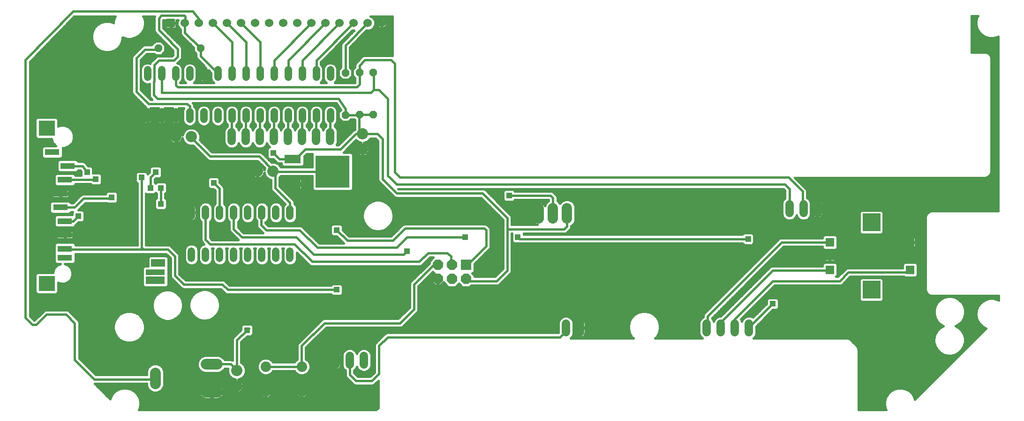
<source format=gbl>
G75*
G70*
%OFA0B0*%
%FSLAX24Y24*%
%IPPOS*%
%LPD*%
%AMOC8*
5,1,8,0,0,1.08239X$1,22.5*
%
%ADD10R,0.0740X0.0740*%
%ADD11OC8,0.0740*%
%ADD12C,0.0600*%
%ADD13C,0.0520*%
%ADD14OC8,0.0520*%
%ADD15R,0.0594X0.0594*%
%ADD16R,0.1266X0.1266*%
%ADD17R,0.0600X0.0600*%
%ADD18C,0.0600*%
%ADD19C,0.0780*%
%ADD20C,0.0800*%
%ADD21R,0.2441X0.2283*%
%ADD22R,0.1181X0.0630*%
%ADD23R,0.1181X0.1063*%
%ADD24R,0.1043X0.0433*%
%ADD25R,0.1378X0.0551*%
%ADD26R,0.1378X0.0394*%
%ADD27R,0.0984X0.0551*%
%ADD28C,0.0740*%
%ADD29C,0.0594*%
%ADD30C,0.0740*%
%ADD31C,0.0160*%
%ADD32R,0.0396X0.0396*%
D10*
X033031Y011181D03*
D11*
X032031Y011181D03*
X031031Y011181D03*
X031031Y010181D03*
X032031Y010181D03*
X033031Y010181D03*
D12*
X040156Y006981D02*
X040156Y006381D01*
X041156Y006381D02*
X041156Y006981D01*
X050156Y006981D02*
X050156Y006381D01*
X051156Y006381D02*
X051156Y006981D01*
X052156Y006981D02*
X052156Y006381D01*
X053156Y006381D02*
X053156Y006981D01*
X056031Y014881D02*
X056031Y015481D01*
X057031Y015481D02*
X057031Y014881D01*
X058031Y014881D02*
X058031Y015481D01*
X023388Y020014D02*
X023388Y020614D01*
X022388Y020614D02*
X022388Y020014D01*
X021388Y020014D02*
X021388Y020614D01*
X020388Y020614D02*
X020388Y020014D01*
X019388Y020014D02*
X019388Y020614D01*
X018388Y020614D02*
X018388Y020014D01*
X017388Y020014D02*
X017388Y020614D01*
X016388Y020614D02*
X016388Y020014D01*
D13*
X016401Y021554D02*
X016401Y022074D01*
X017401Y022074D02*
X017401Y021554D01*
X018401Y021554D02*
X018401Y022074D01*
X019401Y022074D02*
X019401Y021554D01*
X020401Y021554D02*
X020401Y022074D01*
X021401Y022074D02*
X021401Y021554D01*
X022401Y021554D02*
X022401Y022074D01*
X023401Y022074D02*
X023401Y021554D01*
X015401Y021554D02*
X015401Y022074D01*
X014401Y022074D02*
X014401Y021554D01*
X013401Y021554D02*
X013401Y022074D01*
X012401Y022074D02*
X012401Y021554D01*
X011401Y021554D02*
X011401Y022074D01*
X010401Y022074D02*
X010401Y021554D01*
X010401Y024554D02*
X010401Y025074D01*
X011401Y025074D02*
X011401Y024554D01*
X012401Y024554D02*
X012401Y025074D01*
X013401Y025074D02*
X013401Y024554D01*
X014401Y024554D02*
X014401Y025074D01*
X015401Y025074D02*
X015401Y024554D01*
X016401Y024554D02*
X016401Y025074D01*
X017401Y025074D02*
X017401Y024554D01*
X018401Y024554D02*
X018401Y025074D01*
X019401Y025074D02*
X019401Y024554D01*
X020401Y024554D02*
X020401Y025074D01*
X021401Y025074D02*
X021401Y024554D01*
X022401Y024554D02*
X022401Y025074D01*
X023401Y025074D02*
X023401Y024554D01*
X020526Y015161D02*
X020526Y014641D01*
X019526Y014641D02*
X019526Y015161D01*
X018526Y015161D02*
X018526Y014641D01*
X017526Y014641D02*
X017526Y015161D01*
X016526Y015161D02*
X016526Y014641D01*
X015526Y014641D02*
X015526Y015161D01*
X014526Y015161D02*
X014526Y014641D01*
X013526Y014641D02*
X013526Y015161D01*
X013526Y012161D02*
X013526Y011641D01*
X014526Y011641D02*
X014526Y012161D01*
X015526Y012161D02*
X015526Y011641D01*
X016526Y011641D02*
X016526Y012161D01*
X017526Y012161D02*
X017526Y011641D01*
X018526Y011641D02*
X018526Y012161D01*
X019526Y012161D02*
X019526Y011641D01*
X020526Y011641D02*
X020526Y012161D01*
D14*
X024463Y021864D03*
X025463Y021876D03*
X026451Y021889D03*
X026451Y024889D03*
X025463Y024876D03*
X024463Y024864D03*
X014163Y026614D03*
X011163Y026614D03*
D15*
X058911Y012785D03*
X058911Y011801D03*
X058911Y010817D03*
X064619Y010817D03*
X064619Y012785D03*
D16*
X061863Y014203D03*
X061863Y009400D03*
D17*
X012050Y028401D03*
D18*
X013050Y028401D03*
X014050Y028401D03*
X015050Y028401D03*
X016050Y028401D03*
X017050Y028401D03*
X018050Y028401D03*
X019050Y028401D03*
X020050Y028401D03*
X021050Y028401D03*
X022050Y028401D03*
X023050Y028401D03*
X024050Y028401D03*
X025050Y028401D03*
X026050Y028401D03*
X027050Y028401D03*
D19*
X015341Y004101D02*
X014561Y004101D01*
X010951Y003491D02*
X010951Y002711D01*
X014561Y002101D02*
X015341Y002101D01*
D20*
X016751Y002551D03*
X016751Y003651D03*
X018226Y017839D03*
X019326Y017839D03*
X025688Y019401D03*
X025688Y020501D03*
X013501Y020301D03*
X012401Y020301D03*
D21*
X023550Y017826D03*
D22*
X020724Y016928D03*
X020724Y018724D03*
D23*
X003241Y020924D03*
X003241Y009861D03*
D24*
X004527Y011682D03*
X004527Y012321D03*
X004527Y013306D03*
X004527Y014290D03*
X004212Y015274D03*
X004212Y016258D03*
X004527Y017243D03*
X004724Y018227D03*
X003621Y019211D03*
D25*
X010958Y010097D03*
D26*
X010958Y010648D03*
D27*
X011155Y011318D03*
D28*
X018808Y003929D03*
X021368Y003929D03*
X021368Y002149D03*
X018808Y002149D03*
D29*
X023776Y004092D02*
X023776Y004685D01*
X024776Y004685D02*
X024776Y004092D01*
X025776Y004092D02*
X025776Y004685D01*
D30*
X038226Y014476D02*
X038226Y015216D01*
X039226Y015216D02*
X039226Y014476D01*
X040226Y014476D02*
X040226Y015216D01*
D31*
X008416Y002337D02*
X007015Y002337D01*
X007173Y002179D02*
X008112Y002179D01*
X007909Y001976D01*
X007765Y001727D01*
X007735Y001616D01*
X006636Y002716D01*
X010331Y002716D01*
X010331Y002588D01*
X010425Y002360D01*
X010600Y002185D01*
X010828Y002091D01*
X011074Y002091D01*
X011302Y002185D01*
X011477Y002360D01*
X011571Y002588D01*
X011571Y003614D01*
X011477Y003842D01*
X011302Y004017D01*
X011074Y004111D01*
X010828Y004111D01*
X010600Y004017D01*
X010425Y003842D01*
X010331Y003614D01*
X010331Y003336D01*
X006729Y003336D01*
X005536Y004530D01*
X005536Y007088D01*
X005489Y007202D01*
X005402Y007289D01*
X004777Y007914D01*
X004663Y007961D01*
X003164Y007961D01*
X003050Y007914D01*
X002963Y007827D01*
X002351Y007215D01*
X002036Y007530D01*
X002036Y025650D01*
X005188Y028896D01*
X008102Y028896D01*
X008063Y028830D01*
X007988Y028548D01*
X007988Y028426D01*
X007952Y028447D01*
X007675Y028521D01*
X007387Y028521D01*
X007110Y028447D01*
X006862Y028304D01*
X006659Y028101D01*
X006515Y027852D01*
X006441Y027575D01*
X006441Y027288D01*
X006515Y027010D01*
X006659Y026762D01*
X006862Y026559D01*
X007110Y026415D01*
X007387Y026341D01*
X007675Y026341D01*
X007952Y026415D01*
X008200Y026559D01*
X008403Y026762D01*
X008547Y027010D01*
X008621Y027288D01*
X008621Y027395D01*
X008669Y027367D01*
X008952Y027291D01*
X009244Y027291D01*
X009526Y027367D01*
X009779Y027513D01*
X009986Y027720D01*
X010132Y027973D01*
X010208Y028255D01*
X010208Y028548D01*
X010132Y028830D01*
X010094Y028896D01*
X010920Y028896D01*
X010891Y028825D01*
X010891Y027852D01*
X010938Y027738D01*
X011025Y027651D01*
X011329Y027347D01*
X011338Y027326D01*
X011425Y027238D01*
X012228Y026435D01*
X012228Y026130D01*
X012160Y026061D01*
X011152Y026061D01*
X011038Y026014D01*
X010951Y025927D01*
X010626Y025602D01*
X010594Y025524D01*
X010498Y025564D01*
X010304Y025564D01*
X010123Y025489D01*
X009986Y025351D01*
X009911Y025171D01*
X009911Y024456D01*
X009986Y024276D01*
X010123Y024138D01*
X010304Y024064D01*
X010498Y024064D01*
X010541Y024081D01*
X010541Y023214D01*
X010588Y023101D01*
X010465Y023101D01*
X010588Y023101D02*
X010675Y023013D01*
X010728Y022961D01*
X010604Y022961D01*
X009911Y023655D01*
X009911Y025773D01*
X010354Y026216D01*
X010868Y026216D01*
X010961Y026124D01*
X011366Y026124D01*
X011653Y026411D01*
X011653Y026817D01*
X011366Y027104D01*
X010961Y027104D01*
X010693Y026836D01*
X010164Y026836D01*
X010050Y026789D01*
X009963Y026702D01*
X009338Y026077D01*
X009291Y025963D01*
X009291Y023464D01*
X009338Y023351D01*
X009425Y023263D01*
X010292Y022397D01*
X010240Y022375D01*
X010184Y022338D01*
X010137Y022290D01*
X010100Y022235D01*
X010074Y022173D01*
X010061Y022107D01*
X010061Y021814D01*
X010401Y021814D01*
X010741Y021814D01*
X010741Y022107D01*
X010728Y022173D01*
X010702Y022235D01*
X010665Y022290D01*
X010618Y022338D01*
X010613Y022341D01*
X011189Y022341D01*
X011184Y022338D01*
X011137Y022290D01*
X011100Y022235D01*
X011074Y022173D01*
X011061Y022107D01*
X011061Y021814D01*
X011401Y021814D01*
X011741Y021814D01*
X011741Y022107D01*
X011728Y022173D01*
X011702Y022235D01*
X011665Y022290D01*
X011618Y022338D01*
X011613Y022341D01*
X012189Y022341D01*
X012184Y022338D01*
X012137Y022290D01*
X012100Y022235D01*
X012074Y022173D01*
X012061Y022107D01*
X012061Y021814D01*
X012401Y021814D01*
X012741Y021814D01*
X012741Y022107D01*
X012728Y022173D01*
X012702Y022235D01*
X012665Y022290D01*
X012618Y022338D01*
X012613Y022341D01*
X012981Y022341D01*
X012911Y022171D01*
X012911Y021456D01*
X012986Y021276D01*
X013123Y021138D01*
X013304Y021064D01*
X013498Y021064D01*
X013679Y021138D01*
X013816Y021276D01*
X013891Y021456D01*
X013891Y022171D01*
X013816Y022351D01*
X013711Y022457D01*
X013711Y022538D01*
X013664Y022652D01*
X013599Y022716D01*
X023809Y022716D01*
X024133Y022226D01*
X023973Y022067D01*
X023973Y021661D01*
X024261Y021374D01*
X024666Y021374D01*
X024846Y021554D01*
X025093Y021554D01*
X025141Y021506D01*
X025141Y020826D01*
X025134Y020809D01*
X025025Y020764D01*
X024938Y020677D01*
X024938Y020677D01*
X024300Y020039D01*
X023973Y019711D01*
X023836Y019711D01*
X023838Y019713D01*
X023918Y019908D01*
X023918Y020719D01*
X023838Y020914D01*
X023698Y021053D01*
X023698Y021158D01*
X023816Y021276D01*
X023891Y021456D01*
X023891Y022171D01*
X023816Y022351D01*
X023679Y022489D01*
X023498Y022564D01*
X023304Y022564D01*
X023123Y022489D01*
X022986Y022351D01*
X022911Y022171D01*
X022911Y021456D01*
X022986Y021276D01*
X023078Y021183D01*
X023078Y021053D01*
X022939Y020914D01*
X022888Y020791D01*
X022838Y020914D01*
X022698Y021053D01*
X022698Y021158D01*
X022816Y021276D01*
X022891Y021456D01*
X022891Y022171D01*
X022816Y022351D01*
X022679Y022489D01*
X022498Y022564D01*
X022304Y022564D01*
X022123Y022489D01*
X021986Y022351D01*
X021911Y022171D01*
X021911Y021456D01*
X021986Y021276D01*
X022078Y021183D01*
X022078Y021053D01*
X021939Y020914D01*
X021888Y020791D01*
X021838Y020914D01*
X021698Y021053D01*
X021698Y021158D01*
X021816Y021276D01*
X021891Y021456D01*
X021891Y022171D01*
X021816Y022351D01*
X021679Y022489D01*
X021498Y022564D01*
X021304Y022564D01*
X021123Y022489D01*
X020986Y022351D01*
X020911Y022171D01*
X020911Y021456D01*
X020986Y021276D01*
X021078Y021183D01*
X021078Y021053D01*
X020939Y020914D01*
X020888Y020791D01*
X020838Y020914D01*
X020698Y021053D01*
X020698Y021158D01*
X020816Y021276D01*
X020891Y021456D01*
X020891Y022171D01*
X020816Y022351D01*
X020679Y022489D01*
X020498Y022564D01*
X020304Y022564D01*
X020123Y022489D01*
X019986Y022351D01*
X019911Y022171D01*
X019911Y021456D01*
X019986Y021276D01*
X020078Y021183D01*
X020078Y021053D01*
X019939Y020914D01*
X019888Y020791D01*
X019838Y020914D01*
X019698Y021053D01*
X019698Y021158D01*
X019816Y021276D01*
X019891Y021456D01*
X019891Y022171D01*
X019816Y022351D01*
X019679Y022489D01*
X019498Y022564D01*
X019304Y022564D01*
X019123Y022489D01*
X018986Y022351D01*
X018911Y022171D01*
X018911Y021456D01*
X018986Y021276D01*
X019078Y021183D01*
X019078Y021053D01*
X018939Y020914D01*
X018888Y020791D01*
X018838Y020914D01*
X018698Y021053D01*
X018698Y021158D01*
X018816Y021276D01*
X018891Y021456D01*
X018891Y022171D01*
X018816Y022351D01*
X018679Y022489D01*
X018498Y022564D01*
X018304Y022564D01*
X018123Y022489D01*
X017986Y022351D01*
X017911Y022171D01*
X017911Y021456D01*
X017986Y021276D01*
X018078Y021183D01*
X018078Y021053D01*
X017939Y020914D01*
X017888Y020791D01*
X017838Y020914D01*
X017698Y021053D01*
X017698Y021158D01*
X017816Y021276D01*
X017891Y021456D01*
X017891Y022171D01*
X017816Y022351D01*
X017679Y022489D01*
X017498Y022564D01*
X017304Y022564D01*
X017123Y022489D01*
X016986Y022351D01*
X016911Y022171D01*
X016911Y021456D01*
X016986Y021276D01*
X017078Y021183D01*
X017078Y021053D01*
X016939Y020914D01*
X016888Y020791D01*
X016838Y020914D01*
X016698Y021053D01*
X016698Y021158D01*
X016816Y021276D01*
X016891Y021456D01*
X016891Y022171D01*
X016816Y022351D01*
X016679Y022489D01*
X016498Y022564D01*
X016304Y022564D01*
X016123Y022489D01*
X015986Y022351D01*
X015911Y022171D01*
X015911Y021456D01*
X015986Y021276D01*
X016078Y021183D01*
X016078Y021053D01*
X015939Y020914D01*
X015858Y020719D01*
X015858Y019908D01*
X015939Y019713D01*
X016088Y019564D01*
X016283Y019484D01*
X016494Y019484D01*
X016689Y019564D01*
X016838Y019713D01*
X016888Y019836D01*
X016939Y019713D01*
X017088Y019564D01*
X017283Y019484D01*
X017494Y019484D01*
X017689Y019564D01*
X017838Y019713D01*
X017888Y019836D01*
X017939Y019713D01*
X018088Y019564D01*
X018283Y019484D01*
X018494Y019484D01*
X018689Y019564D01*
X018838Y019713D01*
X018888Y019836D01*
X018939Y019713D01*
X019073Y019579D01*
X019058Y019579D01*
X018923Y019444D01*
X018923Y018858D01*
X019058Y018723D01*
X019341Y018723D01*
X019603Y018461D01*
X019717Y018414D01*
X019903Y018414D01*
X019903Y018314D01*
X020038Y018179D01*
X021410Y018179D01*
X021544Y018314D01*
X021544Y018906D01*
X021729Y019091D01*
X022128Y019091D01*
X022100Y019063D01*
X022100Y018136D01*
X019885Y018136D01*
X019860Y018195D01*
X019683Y018373D01*
X019451Y018469D01*
X019222Y018469D01*
X018614Y019077D01*
X018527Y019164D01*
X018413Y019211D01*
X014979Y019211D01*
X014097Y020094D01*
X014131Y020176D01*
X014131Y020426D01*
X014035Y020658D01*
X013858Y020835D01*
X013626Y020931D01*
X013376Y020931D01*
X013144Y020835D01*
X012967Y020658D01*
X012871Y020426D01*
X012871Y020402D01*
X012869Y020414D01*
X012846Y020485D01*
X012812Y020553D01*
X012767Y020614D01*
X012714Y020667D01*
X012653Y020712D01*
X012585Y020746D01*
X012513Y020769D01*
X012439Y020781D01*
X012421Y020781D01*
X012421Y020321D01*
X012381Y020321D01*
X012381Y020281D01*
X012421Y020281D01*
X012421Y019821D01*
X012439Y019821D01*
X012513Y019833D01*
X012585Y019856D01*
X012653Y019891D01*
X012714Y019935D01*
X012767Y019988D01*
X012812Y020050D01*
X012846Y020117D01*
X012869Y020189D01*
X012871Y020200D01*
X012871Y020176D01*
X012967Y019944D01*
X013144Y019767D01*
X013376Y019671D01*
X013626Y019671D01*
X013638Y019676D01*
X014675Y018638D01*
X014789Y018591D01*
X018223Y018591D01*
X018741Y018073D01*
X018696Y017964D01*
X018696Y017940D01*
X018694Y017951D01*
X018671Y018023D01*
X018637Y018090D01*
X018592Y018151D01*
X018539Y018205D01*
X018478Y018249D01*
X018410Y018283D01*
X018338Y018307D01*
X018264Y018319D01*
X018246Y018319D01*
X018246Y017859D01*
X018206Y017859D01*
X018206Y018319D01*
X018188Y018319D01*
X018114Y018307D01*
X018042Y018283D01*
X017974Y018249D01*
X017913Y018205D01*
X017860Y018151D01*
X017815Y018090D01*
X017781Y018023D01*
X017758Y017951D01*
X017746Y017876D01*
X017746Y017859D01*
X018206Y017859D01*
X018206Y017819D01*
X017746Y017819D01*
X017746Y017801D01*
X017758Y017726D01*
X017781Y017654D01*
X017815Y017587D01*
X017860Y017526D01*
X017913Y017472D01*
X017974Y017428D01*
X018042Y017394D01*
X018114Y017370D01*
X018188Y017359D01*
X018206Y017359D01*
X018206Y017819D01*
X018246Y017819D01*
X018246Y017359D01*
X018264Y017359D01*
X018338Y017370D01*
X018410Y017394D01*
X018478Y017428D01*
X018539Y017472D01*
X018592Y017526D01*
X018637Y017587D01*
X018671Y017654D01*
X018694Y017726D01*
X018696Y017738D01*
X018696Y017713D01*
X018792Y017482D01*
X018969Y017305D01*
X019166Y017223D01*
X019166Y016589D01*
X019213Y016476D01*
X019300Y016388D01*
X020180Y015508D01*
X020111Y015439D01*
X020036Y015259D01*
X020036Y014544D01*
X020111Y014364D01*
X020248Y014226D01*
X020429Y014151D01*
X020623Y014151D01*
X020804Y014226D01*
X020941Y014364D01*
X021016Y014544D01*
X021016Y015259D01*
X020941Y015439D01*
X020836Y015544D01*
X020836Y015663D01*
X020789Y015777D01*
X019786Y016780D01*
X019786Y017408D01*
X019860Y017482D01*
X019874Y017516D01*
X022100Y017516D01*
X022100Y016589D01*
X022235Y016454D01*
X024866Y016454D01*
X025001Y016589D01*
X025001Y019063D01*
X024866Y019198D01*
X024336Y019198D01*
X024739Y019601D01*
X025218Y020080D01*
X025332Y019967D01*
X025563Y019871D01*
X025588Y019871D01*
X025576Y019869D01*
X025504Y019846D01*
X025437Y019812D01*
X025376Y019767D01*
X025322Y019714D01*
X025278Y019653D01*
X025244Y019585D01*
X025220Y019514D01*
X025208Y019439D01*
X025208Y019421D01*
X025668Y019421D01*
X025668Y019381D01*
X025208Y019381D01*
X025208Y019363D01*
X025220Y019289D01*
X025244Y019217D01*
X025278Y019150D01*
X025322Y019088D01*
X025376Y019035D01*
X025437Y018991D01*
X025504Y018956D01*
X025576Y018933D01*
X025651Y018921D01*
X025668Y018921D01*
X025668Y019381D01*
X025708Y019381D01*
X025708Y018921D01*
X025726Y018921D01*
X025801Y018933D01*
X025873Y018956D01*
X025940Y018991D01*
X026001Y019035D01*
X026055Y019088D01*
X026099Y019150D01*
X026133Y019217D01*
X026157Y019289D01*
X026168Y019363D01*
X026168Y019381D01*
X025708Y019381D01*
X025708Y019421D01*
X026168Y019421D01*
X026168Y019439D01*
X026157Y019514D01*
X026133Y019585D01*
X026099Y019653D01*
X026055Y019714D01*
X026001Y019767D01*
X025940Y019812D01*
X025873Y019846D01*
X025801Y019869D01*
X025789Y019871D01*
X025814Y019871D01*
X026045Y019967D01*
X026223Y020144D01*
X026242Y020191D01*
X026623Y020191D01*
X026791Y020023D01*
X026791Y017214D01*
X026838Y017101D01*
X027838Y016101D01*
X027925Y016013D01*
X028039Y015966D01*
X034098Y015966D01*
X035666Y014398D01*
X035666Y010905D01*
X035098Y010336D01*
X033631Y010336D01*
X033631Y010430D01*
X033480Y010581D01*
X033496Y010581D01*
X033631Y010716D01*
X033631Y011243D01*
X034739Y012351D01*
X034786Y012464D01*
X034786Y013713D01*
X034739Y013827D01*
X034614Y013952D01*
X034527Y014039D01*
X034413Y014086D01*
X028664Y014086D01*
X028550Y014039D01*
X027723Y013211D01*
X024729Y013211D01*
X024279Y013661D01*
X024279Y013944D01*
X024144Y014079D01*
X023558Y014079D01*
X023423Y013944D01*
X023423Y013358D01*
X023558Y013223D01*
X023841Y013223D01*
X024353Y012711D01*
X022604Y012711D01*
X021489Y013827D01*
X021402Y013914D01*
X021288Y013961D01*
X018979Y013961D01*
X018786Y014155D01*
X018786Y014218D01*
X018804Y014226D01*
X018941Y014364D01*
X019016Y014544D01*
X019016Y015259D01*
X018941Y015439D01*
X018804Y015577D01*
X018623Y015651D01*
X018429Y015651D01*
X018248Y015577D01*
X018111Y015439D01*
X018036Y015259D01*
X018036Y014544D01*
X018111Y014364D01*
X018166Y014308D01*
X018166Y013964D01*
X018213Y013851D01*
X018300Y013763D01*
X018603Y013461D01*
X017229Y013461D01*
X016836Y013855D01*
X016836Y014258D01*
X016941Y014364D01*
X017016Y014544D01*
X017016Y015259D01*
X016941Y015439D01*
X016804Y015577D01*
X016623Y015651D01*
X016429Y015651D01*
X016248Y015577D01*
X016111Y015439D01*
X016036Y015259D01*
X016036Y014544D01*
X016111Y014364D01*
X016216Y014258D01*
X016216Y013664D01*
X016263Y013551D01*
X016838Y012976D01*
X016838Y012976D01*
X016853Y012961D01*
X014979Y012961D01*
X014836Y013105D01*
X014836Y014258D01*
X014941Y014364D01*
X015016Y014544D01*
X015016Y015259D01*
X014941Y015439D01*
X014804Y015577D01*
X014623Y015651D01*
X014429Y015651D01*
X014248Y015577D01*
X014111Y015439D01*
X014036Y015259D01*
X014036Y014544D01*
X014111Y014364D01*
X014216Y014258D01*
X014216Y012914D01*
X014263Y012801D01*
X014417Y012646D01*
X014248Y012577D01*
X014111Y012439D01*
X014036Y012259D01*
X014036Y011544D01*
X014111Y011364D01*
X014248Y011226D01*
X014429Y011151D01*
X014623Y011151D01*
X014804Y011226D01*
X014941Y011364D01*
X015016Y011544D01*
X015016Y012259D01*
X014982Y012341D01*
X015070Y012341D01*
X015036Y012259D01*
X015036Y011544D01*
X015111Y011364D01*
X015248Y011226D01*
X015429Y011151D01*
X015623Y011151D01*
X015804Y011226D01*
X015941Y011364D01*
X016016Y011544D01*
X016016Y012259D01*
X015982Y012341D01*
X016070Y012341D01*
X016036Y012259D01*
X016036Y011544D01*
X016111Y011364D01*
X016248Y011226D01*
X016429Y011151D01*
X016623Y011151D01*
X016804Y011226D01*
X016941Y011364D01*
X017016Y011544D01*
X017016Y012259D01*
X016982Y012341D01*
X017070Y012341D01*
X017036Y012259D01*
X017036Y011544D01*
X017111Y011364D01*
X017248Y011226D01*
X017429Y011151D01*
X017623Y011151D01*
X017804Y011226D01*
X017941Y011364D01*
X018016Y011544D01*
X018016Y012259D01*
X017982Y012341D01*
X018070Y012341D01*
X018036Y012259D01*
X018036Y011544D01*
X018111Y011364D01*
X018248Y011226D01*
X018429Y011151D01*
X018623Y011151D01*
X018804Y011226D01*
X018941Y011364D01*
X019016Y011544D01*
X019016Y012259D01*
X018982Y012341D01*
X019070Y012341D01*
X019036Y012259D01*
X019036Y011544D01*
X019111Y011364D01*
X019248Y011226D01*
X019429Y011151D01*
X019623Y011151D01*
X019804Y011226D01*
X019941Y011364D01*
X020016Y011544D01*
X020016Y012259D01*
X019982Y012341D01*
X020070Y012341D01*
X020036Y012259D01*
X020036Y011544D01*
X020111Y011364D01*
X020248Y011226D01*
X020429Y011151D01*
X020623Y011151D01*
X020804Y011226D01*
X020941Y011364D01*
X021016Y011544D01*
X021016Y012048D01*
X021838Y011226D01*
X021925Y011138D01*
X022039Y011091D01*
X029788Y011091D01*
X029902Y011138D01*
X030479Y011716D01*
X030717Y011716D01*
X030431Y011430D01*
X030431Y011295D01*
X029175Y010039D01*
X029088Y009952D01*
X029041Y009838D01*
X029041Y008155D01*
X028223Y007336D01*
X022914Y007336D01*
X022800Y007289D01*
X021175Y005664D01*
X021088Y005577D01*
X021041Y005463D01*
X021041Y004442D01*
X021029Y004437D01*
X020860Y004268D01*
X020847Y004239D01*
X019330Y004239D01*
X019317Y004268D01*
X019148Y004437D01*
X018928Y004529D01*
X018689Y004529D01*
X018469Y004437D01*
X018300Y004268D01*
X018208Y004048D01*
X018208Y003809D01*
X018300Y003589D01*
X018469Y003420D01*
X018689Y003329D01*
X018928Y003329D01*
X019148Y003420D01*
X019317Y003589D01*
X019330Y003619D01*
X020847Y003619D01*
X020860Y003589D01*
X021029Y003420D01*
X021249Y003329D01*
X021488Y003329D01*
X021708Y003420D01*
X021877Y003589D01*
X021968Y003809D01*
X021968Y004048D01*
X021877Y004268D01*
X021708Y004437D01*
X021661Y004457D01*
X021661Y005273D01*
X023104Y006716D01*
X028413Y006716D01*
X028527Y006763D01*
X028614Y006851D01*
X029614Y007851D01*
X029661Y007964D01*
X029661Y009648D01*
X030688Y010675D01*
X030782Y010581D01*
X030795Y010581D01*
X030581Y010367D01*
X030581Y010201D01*
X031011Y010201D01*
X031011Y010161D01*
X031051Y010161D01*
X031051Y009731D01*
X031217Y009731D01*
X031431Y009945D01*
X031431Y009933D01*
X031782Y009581D01*
X032280Y009581D01*
X032531Y009833D01*
X032782Y009581D01*
X033280Y009581D01*
X033415Y009716D01*
X035288Y009716D01*
X035402Y009763D01*
X035489Y009851D01*
X036239Y010601D01*
X036286Y010714D01*
X036286Y013418D01*
X036298Y013418D01*
X036298Y012858D01*
X036433Y012723D01*
X036773Y012723D01*
X036789Y012716D01*
X052689Y012716D01*
X052808Y012598D01*
X053394Y012598D01*
X053529Y012733D01*
X053529Y013319D01*
X053394Y013454D01*
X052808Y013454D01*
X052689Y013336D01*
X037154Y013336D01*
X037154Y013418D01*
X040080Y013418D01*
X040194Y013465D01*
X040376Y013647D01*
X040463Y013735D01*
X040510Y013848D01*
X040510Y013944D01*
X040566Y013967D01*
X040735Y014136D01*
X040826Y014357D01*
X040826Y015335D01*
X040735Y015556D01*
X040566Y015725D01*
X040345Y015816D01*
X040107Y015816D01*
X039886Y015725D01*
X039726Y015565D01*
X039566Y015725D01*
X039536Y015737D01*
X039536Y016012D01*
X039489Y016126D01*
X039319Y016296D01*
X039232Y016383D01*
X039118Y016430D01*
X036529Y016430D01*
X036411Y016548D01*
X035825Y016548D01*
X035690Y016413D01*
X035690Y015827D01*
X035825Y015692D01*
X036411Y015692D01*
X036529Y015810D01*
X038916Y015810D01*
X038916Y015737D01*
X038886Y015725D01*
X038717Y015556D01*
X038645Y015382D01*
X038643Y015389D01*
X038611Y015452D01*
X038569Y015509D01*
X038519Y015559D01*
X038462Y015601D01*
X038399Y015633D01*
X038331Y015655D01*
X038261Y015666D01*
X038256Y015666D01*
X038256Y014876D01*
X038196Y014876D01*
X038196Y014816D01*
X037776Y014816D01*
X037776Y014441D01*
X037787Y014371D01*
X037809Y014303D01*
X037841Y014240D01*
X037883Y014183D01*
X037933Y014133D01*
X037990Y014091D01*
X038053Y014059D01*
X038118Y014038D01*
X036286Y014038D01*
X036286Y014588D01*
X036239Y014702D01*
X036152Y014789D01*
X036152Y014789D01*
X034402Y016539D01*
X034288Y016586D01*
X028229Y016586D01*
X028224Y016591D01*
X055598Y016591D01*
X055721Y016468D01*
X055721Y015921D01*
X055582Y015781D01*
X055501Y015587D01*
X055501Y014776D01*
X055582Y014581D01*
X055731Y014432D01*
X055926Y014351D01*
X056136Y014351D01*
X056331Y014432D01*
X056480Y014581D01*
X056531Y014703D01*
X056582Y014581D01*
X056731Y014432D01*
X056926Y014351D01*
X057136Y014351D01*
X057331Y014432D01*
X057480Y014581D01*
X057561Y014776D01*
X057561Y015587D01*
X057480Y015781D01*
X057331Y015930D01*
X057286Y015949D01*
X057286Y016463D01*
X057239Y016577D01*
X057152Y016664D01*
X056419Y017396D01*
X069969Y017396D01*
X070164Y017477D01*
X070313Y017626D01*
X070393Y017821D01*
X070393Y025907D01*
X070313Y026101D01*
X070164Y026250D01*
X069969Y026331D01*
X068993Y026331D01*
X068993Y028921D01*
X069430Y028921D01*
X069390Y028852D01*
X069316Y028575D01*
X069316Y028288D01*
X069390Y028010D01*
X069534Y027762D01*
X069737Y027559D01*
X069985Y027415D01*
X070262Y027341D01*
X070550Y027341D01*
X070827Y027415D01*
X070883Y027448D01*
X070883Y015006D01*
X066121Y015006D01*
X065926Y014925D01*
X065777Y014776D01*
X065696Y014582D01*
X065696Y009396D01*
X065777Y009201D01*
X065926Y009052D01*
X066121Y008971D01*
X070896Y008971D01*
X070896Y008657D01*
X070827Y008697D01*
X070550Y008771D01*
X070262Y008771D01*
X069985Y008697D01*
X069737Y008554D01*
X069534Y008351D01*
X069390Y008102D01*
X069316Y007825D01*
X069316Y007538D01*
X069390Y007260D01*
X069534Y007012D01*
X069737Y006809D01*
X069985Y006665D01*
X070019Y006656D01*
X064957Y001595D01*
X064922Y001727D01*
X064778Y001976D01*
X064575Y002179D01*
X065541Y002179D01*
X065700Y002337D02*
X064271Y002337D01*
X064327Y002322D02*
X064050Y002396D01*
X063762Y002396D01*
X063485Y002322D01*
X063237Y002179D01*
X060931Y002179D01*
X060931Y002337D02*
X063541Y002337D01*
X063237Y002179D02*
X063034Y001976D01*
X062890Y001727D01*
X062816Y001450D01*
X062816Y001163D01*
X062890Y000885D01*
X062914Y000844D01*
X060931Y000844D01*
X060931Y005182D01*
X060850Y005376D01*
X060500Y005726D01*
X060351Y005875D01*
X060156Y005956D01*
X053481Y005956D01*
X053605Y006081D01*
X053686Y006276D01*
X053686Y006798D01*
X054861Y007973D01*
X055144Y007973D01*
X055279Y008108D01*
X055279Y008694D01*
X055144Y008829D01*
X054558Y008829D01*
X054423Y008694D01*
X054423Y008411D01*
X053446Y007435D01*
X053261Y007511D01*
X053051Y007511D01*
X052856Y007430D01*
X052707Y007281D01*
X052656Y007159D01*
X052605Y007281D01*
X052575Y007312D01*
X054979Y009716D01*
X059663Y009716D01*
X059777Y009763D01*
X060354Y010341D01*
X064176Y010341D01*
X064227Y010290D01*
X065012Y010290D01*
X065146Y010425D01*
X065146Y011209D01*
X065012Y011344D01*
X064227Y011344D01*
X064093Y011209D01*
X064093Y010961D01*
X060164Y010961D01*
X060050Y010914D01*
X059963Y010827D01*
X059473Y010336D01*
X059349Y010336D01*
X059438Y010425D01*
X059438Y011209D01*
X059303Y011344D01*
X058519Y011344D01*
X058384Y011209D01*
X058384Y011086D01*
X054789Y011086D01*
X054675Y011039D01*
X054588Y010952D01*
X051148Y007511D01*
X051051Y007511D01*
X050856Y007430D01*
X050707Y007281D01*
X050656Y007159D01*
X050605Y007281D01*
X050536Y007351D01*
X050536Y007398D01*
X055614Y012475D01*
X058384Y012475D01*
X058384Y012393D01*
X058519Y012259D01*
X059303Y012259D01*
X059438Y012393D01*
X059438Y013177D01*
X059303Y013312D01*
X058519Y013312D01*
X058384Y013177D01*
X058384Y013095D01*
X055424Y013095D01*
X055310Y013048D01*
X050050Y007789D01*
X049963Y007702D01*
X049916Y007588D01*
X049916Y007455D01*
X049856Y007430D01*
X049707Y007281D01*
X049626Y007087D01*
X049626Y006276D01*
X049707Y006081D01*
X049831Y005956D01*
X046490Y005956D01*
X046600Y006066D01*
X046746Y006319D01*
X046822Y006602D01*
X046822Y006894D01*
X046746Y007176D01*
X046600Y007429D01*
X046393Y007636D01*
X046140Y007782D01*
X045858Y007858D01*
X045566Y007858D01*
X045283Y007782D01*
X045030Y007636D01*
X044824Y007429D01*
X044678Y007176D01*
X044602Y006894D01*
X044602Y006602D01*
X044678Y006319D01*
X044824Y006066D01*
X044934Y005956D01*
X040481Y005956D01*
X040605Y006081D01*
X040686Y006276D01*
X040686Y007087D01*
X040605Y007281D01*
X040456Y007430D01*
X040261Y007511D01*
X040051Y007511D01*
X039856Y007430D01*
X039707Y007281D01*
X039626Y007087D01*
X039626Y006365D01*
X039598Y006336D01*
X027414Y006336D01*
X027300Y006289D01*
X027213Y006202D01*
X026588Y005577D01*
X026541Y005463D01*
X026541Y003530D01*
X026223Y003211D01*
X025354Y003211D01*
X025086Y003480D01*
X025086Y003657D01*
X025223Y003793D01*
X025276Y003922D01*
X025276Y003922D01*
X025329Y003793D01*
X025478Y003645D01*
X025671Y003565D01*
X025881Y003565D01*
X026074Y003645D01*
X026223Y003793D01*
X026303Y003987D01*
X026303Y004790D01*
X026223Y004984D01*
X026074Y005132D01*
X025881Y005212D01*
X025671Y005212D01*
X025478Y005132D01*
X025329Y004984D01*
X025276Y004855D01*
X025223Y004984D01*
X025074Y005132D01*
X024881Y005212D01*
X024671Y005212D01*
X024478Y005132D01*
X024329Y004984D01*
X024249Y004790D01*
X024249Y003987D01*
X024329Y003793D01*
X024466Y003657D01*
X024466Y003289D01*
X024513Y003176D01*
X024963Y002726D01*
X025050Y002638D01*
X025164Y002591D01*
X026413Y002591D01*
X026527Y002638D01*
X026796Y002908D01*
X026796Y000983D01*
X026656Y000844D01*
X009773Y000844D01*
X009797Y000885D01*
X009871Y001163D01*
X009871Y001450D01*
X009797Y001727D01*
X009653Y001976D01*
X009450Y002179D01*
X010617Y002179D01*
X010448Y002337D02*
X009146Y002337D01*
X009202Y002322D02*
X008925Y002396D01*
X008637Y002396D01*
X008360Y002322D01*
X008112Y002179D01*
X007953Y002020D02*
X007332Y002020D01*
X007490Y001862D02*
X007843Y001862D01*
X007759Y001703D02*
X007649Y001703D01*
X009202Y002322D02*
X009450Y002179D01*
X009609Y002020D02*
X014098Y002020D01*
X014103Y001991D02*
X014125Y001921D01*
X014159Y001855D01*
X014202Y001795D01*
X014255Y001743D01*
X014315Y001699D01*
X014381Y001666D01*
X014451Y001643D01*
X014524Y001631D01*
X014901Y001631D01*
X014901Y002051D01*
X015001Y002051D01*
X015001Y001631D01*
X015378Y001631D01*
X015451Y001643D01*
X015521Y001666D01*
X015587Y001699D01*
X015647Y001743D01*
X015699Y001795D01*
X015743Y001855D01*
X015777Y001921D01*
X015799Y001991D01*
X015809Y002051D01*
X015001Y002051D01*
X015001Y002151D01*
X015809Y002151D01*
X015799Y002211D01*
X015777Y002282D01*
X015743Y002347D01*
X015699Y002407D01*
X015647Y002460D01*
X015587Y002503D01*
X015521Y002537D01*
X015451Y002560D01*
X015378Y002571D01*
X015001Y002571D01*
X015001Y002151D01*
X014901Y002151D01*
X014901Y002051D01*
X014093Y002051D01*
X014103Y001991D01*
X014156Y001862D02*
X009719Y001862D01*
X009803Y001703D02*
X014309Y001703D01*
X014901Y001703D02*
X015001Y001703D01*
X015001Y001862D02*
X014901Y001862D01*
X014901Y002020D02*
X015001Y002020D01*
X014951Y002101D02*
X016426Y002101D01*
X016851Y002526D01*
X016771Y002531D02*
X016771Y002571D01*
X017231Y002571D01*
X017231Y002589D01*
X017219Y002664D01*
X017196Y002735D01*
X017162Y002803D01*
X017117Y002864D01*
X017064Y002917D01*
X017003Y002962D01*
X016935Y002996D01*
X016863Y003019D01*
X016852Y003021D01*
X016876Y003021D01*
X017108Y003117D01*
X017285Y003294D01*
X017381Y003526D01*
X017381Y003776D01*
X017285Y004008D01*
X017108Y004185D01*
X017061Y004205D01*
X017061Y005673D01*
X017486Y006098D01*
X017769Y006098D01*
X017904Y006233D01*
X017904Y006573D01*
X017911Y006589D01*
X017911Y006713D01*
X017904Y006729D01*
X017904Y006819D01*
X017769Y006954D01*
X017679Y006954D01*
X017663Y006961D01*
X017539Y006961D01*
X017523Y006954D01*
X017183Y006954D01*
X017048Y006819D01*
X017048Y006536D01*
X016488Y005977D01*
X016441Y005863D01*
X016441Y004379D01*
X016363Y004411D01*
X015884Y004411D01*
X015867Y004452D01*
X015692Y004627D01*
X015464Y004721D01*
X014438Y004721D01*
X014210Y004627D01*
X014035Y004452D01*
X013941Y004224D01*
X013941Y003978D01*
X014035Y003750D01*
X014210Y003575D01*
X014438Y003481D01*
X015464Y003481D01*
X015692Y003575D01*
X015867Y003750D01*
X015884Y003791D01*
X016127Y003791D01*
X016121Y003776D01*
X016121Y003526D01*
X016217Y003294D01*
X016394Y003117D01*
X016626Y003021D01*
X016650Y003021D01*
X016639Y003019D01*
X016567Y002996D01*
X016499Y002962D01*
X016438Y002917D01*
X016385Y002864D01*
X016340Y002803D01*
X016306Y002735D01*
X016283Y002664D01*
X016271Y002589D01*
X016271Y002571D01*
X016731Y002571D01*
X016731Y002531D01*
X016771Y002531D01*
X016771Y002071D01*
X016789Y002071D01*
X016863Y002083D01*
X016935Y002106D01*
X017003Y002141D01*
X017064Y002185D01*
X017117Y002238D01*
X017162Y002300D01*
X017196Y002367D01*
X017219Y002439D01*
X017231Y002513D01*
X017231Y002531D01*
X016771Y002531D01*
X016751Y002551D02*
X018406Y002551D01*
X018808Y002149D01*
X021368Y002149D01*
X022723Y002149D01*
X023726Y003151D01*
X023726Y004339D01*
X023776Y004389D01*
X023776Y005826D01*
X024351Y006401D01*
X027101Y006401D01*
X027226Y006526D01*
X029226Y006526D01*
X029851Y007151D01*
X029851Y008026D01*
X040476Y008026D01*
X041101Y007401D01*
X041101Y006776D01*
X041136Y006775D02*
X041176Y006775D01*
X041176Y006701D02*
X041136Y006701D01*
X041136Y006661D01*
X041176Y006661D01*
X041176Y006001D01*
X041193Y006001D01*
X041267Y006016D01*
X041336Y006044D01*
X041398Y006086D01*
X041451Y006139D01*
X041493Y006201D01*
X041521Y006270D01*
X041536Y006344D01*
X041536Y006661D01*
X041176Y006661D01*
X041176Y006701D01*
X041536Y006701D01*
X041536Y007019D01*
X041521Y007092D01*
X044655Y007092D01*
X044613Y006934D02*
X041536Y006934D01*
X041521Y007092D02*
X041493Y007161D01*
X041451Y007223D01*
X041398Y007276D01*
X041336Y007318D01*
X041267Y007346D01*
X041193Y007361D01*
X041176Y007361D01*
X041176Y006701D01*
X041156Y006681D02*
X043756Y006681D01*
X045726Y008651D01*
X050226Y008651D01*
X055226Y013651D01*
X057226Y013651D01*
X057976Y014401D01*
X057976Y015126D01*
X058031Y015181D01*
X058051Y015176D02*
X070883Y015176D01*
X070883Y015334D02*
X058411Y015334D01*
X058411Y015201D02*
X058411Y015519D01*
X058396Y015592D01*
X058368Y015661D01*
X058326Y015723D01*
X058273Y015776D01*
X058211Y015818D01*
X058142Y015846D01*
X058068Y015861D01*
X058051Y015861D01*
X058051Y015201D01*
X058411Y015201D01*
X058411Y015161D02*
X058051Y015161D01*
X058051Y014501D01*
X058068Y014501D01*
X058142Y014516D01*
X058211Y014544D01*
X058273Y014586D01*
X058326Y014639D01*
X058368Y014701D01*
X058396Y014770D01*
X058411Y014844D01*
X058411Y015161D01*
X058411Y015017D02*
X061086Y015017D01*
X061135Y015066D02*
X061000Y014931D01*
X061000Y013474D01*
X061135Y013340D01*
X062592Y013340D01*
X062727Y013474D01*
X062727Y014931D01*
X062592Y015066D01*
X061135Y015066D01*
X061000Y014859D02*
X058411Y014859D01*
X058367Y014700D02*
X061000Y014700D01*
X061000Y014542D02*
X058204Y014542D01*
X058051Y014542D02*
X058011Y014542D01*
X058011Y014501D02*
X058011Y015161D01*
X058051Y015161D01*
X058051Y015201D01*
X058011Y015201D01*
X058011Y015161D01*
X057651Y015161D01*
X057651Y014844D01*
X057666Y014770D01*
X057694Y014701D01*
X057736Y014639D01*
X057789Y014586D01*
X057851Y014544D01*
X057920Y014516D01*
X057994Y014501D01*
X058011Y014501D01*
X057858Y014542D02*
X057441Y014542D01*
X057530Y014700D02*
X057695Y014700D01*
X057651Y014859D02*
X057561Y014859D01*
X057561Y015017D02*
X057651Y015017D01*
X057561Y015176D02*
X058011Y015176D01*
X058011Y015201D02*
X057651Y015201D01*
X057651Y015519D01*
X057666Y015592D01*
X057694Y015661D01*
X057736Y015723D01*
X057789Y015776D01*
X057851Y015818D01*
X057920Y015846D01*
X057994Y015861D01*
X058011Y015861D01*
X058011Y015201D01*
X057976Y015151D02*
X058101Y015276D01*
X058051Y015334D02*
X058011Y015334D01*
X058011Y015493D02*
X058051Y015493D01*
X058051Y015651D02*
X058011Y015651D01*
X058011Y015810D02*
X058051Y015810D01*
X058223Y015810D02*
X070883Y015810D01*
X070883Y015968D02*
X057286Y015968D01*
X057286Y016127D02*
X070883Y016127D01*
X070883Y016285D02*
X057286Y016285D01*
X057286Y016444D02*
X070883Y016444D01*
X070883Y016602D02*
X057213Y016602D01*
X057055Y016761D02*
X070883Y016761D01*
X070883Y016919D02*
X056896Y016919D01*
X056738Y017078D02*
X070883Y017078D01*
X070883Y017236D02*
X056579Y017236D01*
X056421Y017395D02*
X070883Y017395D01*
X070883Y017553D02*
X070240Y017553D01*
X070348Y017712D02*
X070883Y017712D01*
X070883Y017870D02*
X070393Y017870D01*
X070393Y018029D02*
X070883Y018029D01*
X070883Y018187D02*
X070393Y018187D01*
X070393Y018346D02*
X070883Y018346D01*
X070883Y018504D02*
X070393Y018504D01*
X070393Y018663D02*
X070883Y018663D01*
X070883Y018821D02*
X070393Y018821D01*
X070393Y018980D02*
X070883Y018980D01*
X070883Y019138D02*
X070393Y019138D01*
X070393Y019297D02*
X070883Y019297D01*
X070883Y019455D02*
X070393Y019455D01*
X070393Y019614D02*
X070883Y019614D01*
X070883Y019772D02*
X070393Y019772D01*
X070393Y019931D02*
X070883Y019931D01*
X070883Y020089D02*
X070393Y020089D01*
X070393Y020248D02*
X070883Y020248D01*
X070883Y020406D02*
X070393Y020406D01*
X070393Y020565D02*
X070883Y020565D01*
X070883Y020723D02*
X070393Y020723D01*
X070393Y020882D02*
X070883Y020882D01*
X070883Y021040D02*
X070393Y021040D01*
X070393Y021199D02*
X070883Y021199D01*
X070883Y021357D02*
X070393Y021357D01*
X070393Y021516D02*
X070883Y021516D01*
X070883Y021674D02*
X070393Y021674D01*
X070393Y021833D02*
X070883Y021833D01*
X070883Y021991D02*
X070393Y021991D01*
X070393Y022150D02*
X070883Y022150D01*
X070883Y022308D02*
X070393Y022308D01*
X070393Y022467D02*
X070883Y022467D01*
X070883Y022625D02*
X070393Y022625D01*
X070393Y022784D02*
X070883Y022784D01*
X070883Y022942D02*
X070393Y022942D01*
X070393Y023101D02*
X070883Y023101D01*
X070883Y023259D02*
X070393Y023259D01*
X070393Y023418D02*
X070883Y023418D01*
X070883Y023576D02*
X070393Y023576D01*
X070393Y023735D02*
X070883Y023735D01*
X070883Y023893D02*
X070393Y023893D01*
X070393Y024052D02*
X070883Y024052D01*
X070883Y024210D02*
X070393Y024210D01*
X070393Y024369D02*
X070883Y024369D01*
X070883Y024527D02*
X070393Y024527D01*
X070393Y024686D02*
X070883Y024686D01*
X070883Y024844D02*
X070393Y024844D01*
X070393Y025003D02*
X070883Y025003D01*
X070883Y025161D02*
X070393Y025161D01*
X070393Y025320D02*
X070883Y025320D01*
X070883Y025478D02*
X070393Y025478D01*
X070393Y025637D02*
X070883Y025637D01*
X070883Y025795D02*
X070393Y025795D01*
X070374Y025954D02*
X070883Y025954D01*
X070883Y026112D02*
X070302Y026112D01*
X070115Y026271D02*
X070883Y026271D01*
X070883Y026429D02*
X068993Y026429D01*
X068993Y026588D02*
X070883Y026588D01*
X070883Y026746D02*
X068993Y026746D01*
X068993Y026905D02*
X070883Y026905D01*
X070883Y027063D02*
X068993Y027063D01*
X068993Y027222D02*
X070883Y027222D01*
X070883Y027380D02*
X070696Y027380D01*
X070116Y027380D02*
X068993Y027380D01*
X068993Y027539D02*
X069771Y027539D01*
X069598Y027697D02*
X068993Y027697D01*
X068993Y027856D02*
X069479Y027856D01*
X069389Y028014D02*
X068993Y028014D01*
X068993Y028173D02*
X069347Y028173D01*
X069316Y028331D02*
X068993Y028331D01*
X068993Y028490D02*
X069316Y028490D01*
X069335Y028648D02*
X068993Y028648D01*
X068993Y028807D02*
X069378Y028807D01*
X056976Y016401D02*
X055976Y017401D01*
X028351Y017401D01*
X027976Y017776D01*
X027976Y025526D01*
X027726Y025776D01*
X025851Y025776D01*
X025463Y025389D01*
X025463Y024051D01*
X025463Y024876D01*
X025120Y024527D02*
X024820Y024527D01*
X024953Y024661D02*
X024953Y025067D01*
X024773Y025247D01*
X024773Y026686D01*
X025959Y027871D01*
X026156Y027871D01*
X026351Y027952D01*
X026500Y028101D01*
X026580Y028296D01*
X026580Y028507D01*
X026500Y028702D01*
X026351Y028851D01*
X026241Y028896D01*
X027821Y028896D01*
X027818Y026074D01*
X027788Y026086D01*
X025789Y026086D01*
X025675Y026039D01*
X025588Y025952D01*
X025588Y025952D01*
X025201Y025564D01*
X025153Y025450D01*
X025153Y025259D01*
X024973Y025079D01*
X024973Y024673D01*
X025153Y024493D01*
X025153Y024180D01*
X025135Y024161D01*
X023701Y024161D01*
X023816Y024276D01*
X023891Y024456D01*
X023891Y025171D01*
X023816Y025351D01*
X023679Y025489D01*
X023498Y025564D01*
X023304Y025564D01*
X023123Y025489D01*
X022986Y025351D01*
X022911Y025171D01*
X022911Y024456D01*
X022986Y024276D01*
X023101Y024161D01*
X022701Y024161D01*
X022816Y024276D01*
X022891Y024456D01*
X022891Y025171D01*
X022816Y025351D01*
X022711Y025457D01*
X022711Y025623D01*
X024959Y027871D01*
X025082Y027871D01*
X024201Y026990D01*
X024153Y026876D01*
X024153Y025247D01*
X023973Y025067D01*
X023973Y024661D01*
X024261Y024374D01*
X024666Y024374D01*
X024953Y024661D01*
X024953Y024686D02*
X024973Y024686D01*
X024973Y024844D02*
X024953Y024844D01*
X024953Y025003D02*
X024973Y025003D01*
X025055Y025161D02*
X024859Y025161D01*
X024773Y025320D02*
X025153Y025320D01*
X025165Y025478D02*
X024773Y025478D01*
X024773Y025637D02*
X025273Y025637D01*
X025432Y025795D02*
X024773Y025795D01*
X024773Y025954D02*
X025590Y025954D01*
X024773Y026112D02*
X027818Y026112D01*
X027818Y026271D02*
X024773Y026271D01*
X024773Y026429D02*
X027818Y026429D01*
X027818Y026588D02*
X024773Y026588D01*
X024834Y026746D02*
X027818Y026746D01*
X027819Y026905D02*
X024992Y026905D01*
X025151Y027063D02*
X027819Y027063D01*
X027819Y027222D02*
X025309Y027222D01*
X025468Y027380D02*
X027819Y027380D01*
X027819Y027539D02*
X025626Y027539D01*
X025785Y027697D02*
X027819Y027697D01*
X027820Y027856D02*
X025943Y027856D01*
X026413Y028014D02*
X027820Y028014D01*
X027820Y028173D02*
X027355Y028173D01*
X027346Y028159D02*
X027387Y028221D01*
X027416Y028291D01*
X027430Y028364D01*
X027430Y028381D01*
X027070Y028381D01*
X027070Y028021D01*
X027088Y028021D01*
X027161Y028036D01*
X027230Y028065D01*
X027293Y028106D01*
X027346Y028159D01*
X027424Y028331D02*
X027820Y028331D01*
X027820Y028490D02*
X027420Y028490D01*
X027416Y028512D02*
X027387Y028581D01*
X027346Y028644D01*
X027293Y028697D01*
X027230Y028738D01*
X027161Y028767D01*
X027088Y028781D01*
X027070Y028781D01*
X027070Y028421D01*
X027030Y028421D01*
X027030Y028381D01*
X026670Y028381D01*
X026670Y028364D01*
X026685Y028291D01*
X026714Y028221D01*
X026755Y028159D01*
X026808Y028106D01*
X026870Y028065D01*
X026940Y028036D01*
X027013Y028021D01*
X027030Y028021D01*
X027030Y028381D01*
X027070Y028381D01*
X027070Y028421D01*
X027430Y028421D01*
X027430Y028439D01*
X027416Y028512D01*
X027341Y028648D02*
X027820Y028648D01*
X027821Y028807D02*
X026395Y028807D01*
X026522Y028648D02*
X026760Y028648D01*
X026755Y028644D02*
X026714Y028581D01*
X026685Y028512D01*
X026670Y028439D01*
X026670Y028421D01*
X027030Y028421D01*
X027030Y028781D01*
X027013Y028781D01*
X026940Y028767D01*
X026870Y028738D01*
X026808Y028697D01*
X026755Y028644D01*
X026681Y028490D02*
X026580Y028490D01*
X026580Y028331D02*
X026677Y028331D01*
X026746Y028173D02*
X026529Y028173D01*
X027030Y028173D02*
X027070Y028173D01*
X027070Y028331D02*
X027030Y028331D01*
X027050Y028401D02*
X027050Y027702D01*
X027476Y027276D01*
X025066Y027856D02*
X024943Y027856D01*
X024908Y027697D02*
X024785Y027697D01*
X024749Y027539D02*
X024626Y027539D01*
X024591Y027380D02*
X024468Y027380D01*
X024432Y027222D02*
X024309Y027222D01*
X024274Y027063D02*
X024151Y027063D01*
X024165Y026905D02*
X023992Y026905D01*
X023834Y026746D02*
X024153Y026746D01*
X024153Y026588D02*
X023675Y026588D01*
X023517Y026429D02*
X024153Y026429D01*
X024153Y026271D02*
X023358Y026271D01*
X023200Y026112D02*
X024153Y026112D01*
X024153Y025954D02*
X023041Y025954D01*
X022883Y025795D02*
X024153Y025795D01*
X024153Y025637D02*
X022724Y025637D01*
X022711Y025478D02*
X023112Y025478D01*
X022972Y025320D02*
X022829Y025320D01*
X022891Y025161D02*
X022911Y025161D01*
X022911Y025003D02*
X022891Y025003D01*
X022891Y024844D02*
X022911Y024844D01*
X022911Y024686D02*
X022891Y024686D01*
X022891Y024527D02*
X022911Y024527D01*
X022947Y024369D02*
X022855Y024369D01*
X022750Y024210D02*
X023052Y024210D01*
X023750Y024210D02*
X025153Y024210D01*
X025153Y024369D02*
X023855Y024369D01*
X023891Y024527D02*
X024107Y024527D01*
X023973Y024686D02*
X023891Y024686D01*
X023891Y024844D02*
X023973Y024844D01*
X023973Y025003D02*
X023891Y025003D01*
X023891Y025161D02*
X024068Y025161D01*
X024153Y025320D02*
X023829Y025320D01*
X023689Y025478D02*
X024153Y025478D01*
X024463Y024864D02*
X024463Y026814D01*
X026050Y028401D01*
X027030Y028490D02*
X027070Y028490D01*
X027070Y028648D02*
X027030Y028648D01*
X025050Y028401D02*
X022401Y025752D01*
X022401Y024814D01*
X021401Y024814D02*
X021401Y025752D01*
X024050Y028401D01*
X023050Y028401D02*
X020401Y025752D01*
X020401Y024814D01*
X019401Y024814D02*
X019401Y025752D01*
X022050Y028401D01*
X018401Y027051D02*
X017050Y028401D01*
X016050Y028401D02*
X017401Y027051D01*
X017401Y024814D01*
X018401Y024814D02*
X018401Y027051D01*
X016401Y027051D02*
X015050Y028401D01*
X014050Y028401D02*
X014050Y028702D01*
X013601Y029251D01*
X005101Y029251D01*
X001726Y025776D01*
X001726Y007401D01*
X002226Y006901D01*
X002476Y006901D01*
X003226Y007651D01*
X004601Y007651D01*
X005226Y007026D01*
X005226Y004401D01*
X006601Y003026D01*
X010976Y003026D01*
X010976Y003151D01*
X010976Y003026D01*
X011571Y002971D02*
X016518Y002971D01*
X016382Y003130D02*
X011571Y003130D01*
X011571Y003288D02*
X016223Y003288D01*
X016154Y003447D02*
X011571Y003447D01*
X011571Y003605D02*
X014180Y003605D01*
X014030Y003764D02*
X011509Y003764D01*
X011397Y003922D02*
X013964Y003922D01*
X013941Y004081D02*
X011148Y004081D01*
X010754Y004081D02*
X005985Y004081D01*
X005826Y004239D02*
X013947Y004239D01*
X014013Y004398D02*
X005668Y004398D01*
X005536Y004556D02*
X014139Y004556D01*
X014422Y004715D02*
X005536Y004715D01*
X005536Y004873D02*
X016441Y004873D01*
X016441Y004715D02*
X015480Y004715D01*
X015763Y004556D02*
X016441Y004556D01*
X016441Y004398D02*
X016395Y004398D01*
X016301Y004101D02*
X014951Y004101D01*
X015722Y003605D02*
X016121Y003605D01*
X016121Y003764D02*
X015872Y003764D01*
X016301Y004101D02*
X016751Y003651D01*
X016751Y005801D01*
X017476Y006526D01*
X017601Y006651D01*
X017911Y006617D02*
X022128Y006617D01*
X022287Y006775D02*
X017904Y006775D01*
X017790Y006934D02*
X022445Y006934D01*
X022604Y007092D02*
X010155Y007092D01*
X010132Y007176D02*
X009986Y007429D01*
X009779Y007636D01*
X009526Y007782D01*
X009244Y007858D01*
X008952Y007858D01*
X008669Y007782D01*
X008416Y007636D01*
X008210Y007429D01*
X008063Y007176D01*
X007988Y006894D01*
X007988Y006602D01*
X008063Y006319D01*
X008210Y006066D01*
X008416Y005860D01*
X008669Y005714D01*
X008952Y005638D01*
X009244Y005638D01*
X009526Y005714D01*
X009779Y005860D01*
X009986Y006066D01*
X010132Y006319D01*
X010208Y006602D01*
X010208Y006894D01*
X010132Y007176D01*
X010089Y007251D02*
X011488Y007251D01*
X011405Y007273D02*
X011682Y007198D01*
X011970Y007198D01*
X012247Y007273D01*
X012495Y007416D01*
X012698Y007619D01*
X012842Y007868D01*
X012916Y008145D01*
X012916Y008432D01*
X012842Y008709D01*
X012698Y008958D01*
X012495Y009161D01*
X012247Y009305D01*
X011970Y009379D01*
X011682Y009379D01*
X011405Y009305D01*
X011157Y009161D01*
X010954Y008958D01*
X010810Y008709D01*
X010736Y008432D01*
X010736Y008145D01*
X010810Y007868D01*
X010954Y007619D01*
X011157Y007416D01*
X011405Y007273D01*
X011169Y007409D02*
X009998Y007409D01*
X009848Y007568D02*
X011005Y007568D01*
X010892Y007726D02*
X009623Y007726D01*
X008572Y007726D02*
X004964Y007726D01*
X004806Y007885D02*
X010806Y007885D01*
X010763Y008043D02*
X002036Y008043D01*
X002036Y007885D02*
X003021Y007885D01*
X002863Y007726D02*
X002036Y007726D01*
X002036Y007568D02*
X002704Y007568D01*
X002546Y007409D02*
X002156Y007409D01*
X002315Y007251D02*
X002387Y007251D01*
X002036Y008202D02*
X010736Y008202D01*
X010736Y008360D02*
X002036Y008360D01*
X002036Y008519D02*
X010759Y008519D01*
X010801Y008677D02*
X002036Y008677D01*
X002036Y008836D02*
X010883Y008836D01*
X010990Y008994D02*
X002036Y008994D01*
X002036Y009153D02*
X002502Y009153D01*
X002556Y009099D02*
X003927Y009099D01*
X004062Y009234D01*
X004062Y009921D01*
X004225Y009853D01*
X004502Y009853D01*
X004758Y009959D01*
X004954Y010155D01*
X005060Y010411D01*
X005060Y010688D01*
X004954Y010944D01*
X004758Y011140D01*
X004529Y011235D01*
X005144Y011235D01*
X005279Y011370D01*
X005279Y011966D01*
X011723Y011966D01*
X012041Y011648D01*
X012041Y010339D01*
X012088Y010226D01*
X012175Y010138D01*
X012800Y009513D01*
X012914Y009466D01*
X015598Y009466D01*
X015925Y009138D01*
X016039Y009091D01*
X023439Y009091D01*
X023558Y008973D01*
X024144Y008973D01*
X024279Y009108D01*
X024279Y009694D01*
X024144Y009829D01*
X023558Y009829D01*
X023439Y009711D01*
X016229Y009711D01*
X015989Y009952D01*
X015902Y010039D01*
X015788Y010086D01*
X013104Y010086D01*
X012661Y010530D01*
X012661Y011838D01*
X012614Y011952D01*
X012114Y012452D01*
X012027Y012539D01*
X011913Y012586D01*
X010286Y012586D01*
X010286Y016245D01*
X010308Y016223D01*
X010894Y016223D01*
X010976Y016305D01*
X011041Y016240D01*
X011041Y015938D01*
X010923Y015819D01*
X010923Y015233D01*
X011058Y015098D01*
X011644Y015098D01*
X011779Y015233D01*
X011779Y015819D01*
X011661Y015938D01*
X011661Y016240D01*
X011779Y016358D01*
X011779Y016944D01*
X011644Y017079D01*
X011058Y017079D01*
X010976Y016998D01*
X010911Y017063D01*
X010911Y017273D01*
X010986Y017348D01*
X011269Y017348D01*
X011404Y017483D01*
X011404Y018069D01*
X011269Y018204D01*
X010683Y018204D01*
X010548Y018069D01*
X010548Y017786D01*
X010404Y017643D01*
X010404Y017694D01*
X010269Y017829D01*
X009683Y017829D01*
X009548Y017694D01*
X009548Y017108D01*
X009666Y016990D01*
X009666Y012586D01*
X005279Y012586D01*
X005279Y012633D01*
X005144Y012768D01*
X003910Y012768D01*
X003775Y012633D01*
X003775Y012010D01*
X003783Y012002D01*
X003775Y011994D01*
X003775Y011370D01*
X003910Y011235D01*
X004198Y011235D01*
X003969Y011140D01*
X003773Y010944D01*
X003667Y010688D01*
X003667Y010622D01*
X002556Y010622D01*
X002421Y010488D01*
X002421Y009234D01*
X002556Y009099D01*
X002421Y009311D02*
X002036Y009311D01*
X002036Y009470D02*
X002421Y009470D01*
X002421Y009628D02*
X002036Y009628D01*
X002036Y009787D02*
X002421Y009787D01*
X002421Y009945D02*
X002036Y009945D01*
X002036Y010104D02*
X002421Y010104D01*
X002421Y010262D02*
X002036Y010262D01*
X002036Y010421D02*
X002421Y010421D01*
X002512Y010579D02*
X002036Y010579D01*
X002036Y010738D02*
X003687Y010738D01*
X003753Y010896D02*
X002036Y010896D01*
X002036Y011055D02*
X003883Y011055D01*
X004144Y011213D02*
X002036Y011213D01*
X002036Y011372D02*
X003775Y011372D01*
X003775Y011530D02*
X002036Y011530D01*
X002036Y011689D02*
X003775Y011689D01*
X003775Y011847D02*
X002036Y011847D01*
X002036Y012006D02*
X003779Y012006D01*
X003775Y012164D02*
X002036Y012164D01*
X002036Y012323D02*
X003775Y012323D01*
X003775Y012481D02*
X002036Y012481D01*
X002036Y012640D02*
X003781Y012640D01*
X003960Y013021D02*
X003989Y013009D01*
X004499Y013009D01*
X004499Y013277D01*
X004555Y013277D01*
X004555Y013009D01*
X005064Y013009D01*
X005094Y013021D01*
X005116Y013044D01*
X005129Y013073D01*
X005129Y013277D01*
X004555Y013277D01*
X004555Y013334D01*
X004499Y013334D01*
X004499Y013602D01*
X003989Y013602D01*
X003960Y013590D01*
X003937Y013568D01*
X003925Y013538D01*
X003925Y013334D01*
X004499Y013334D01*
X004499Y013277D01*
X003925Y013277D01*
X003925Y013073D01*
X003937Y013044D01*
X003960Y013021D01*
X003925Y013115D02*
X002036Y013115D01*
X002036Y012957D02*
X009666Y012957D01*
X009666Y013115D02*
X005129Y013115D01*
X005129Y013274D02*
X009666Y013274D01*
X009666Y013432D02*
X005129Y013432D01*
X005129Y013334D02*
X005129Y013538D01*
X005116Y013568D01*
X005094Y013590D01*
X005064Y013602D01*
X004555Y013602D01*
X004555Y013334D01*
X005129Y013334D01*
X005093Y013591D02*
X009666Y013591D01*
X009666Y013749D02*
X002036Y013749D01*
X002036Y013591D02*
X003961Y013591D01*
X003925Y013432D02*
X002036Y013432D01*
X002036Y013274D02*
X003925Y013274D01*
X003476Y013276D02*
X004497Y013276D01*
X004527Y013306D01*
X004499Y013274D02*
X004555Y013274D01*
X004555Y013432D02*
X004499Y013432D01*
X004499Y013591D02*
X004555Y013591D01*
X004555Y013115D02*
X004499Y013115D01*
X003476Y013276D02*
X003101Y013651D01*
X003101Y016026D01*
X003333Y016258D01*
X004212Y016258D01*
X005458Y016258D01*
X005726Y016526D01*
X007476Y016526D01*
X007876Y016864D01*
X008144Y016404D02*
X007558Y016404D01*
X007423Y016269D01*
X007423Y016211D01*
X005789Y016211D01*
X005675Y016164D01*
X005588Y016077D01*
X005096Y015584D01*
X004964Y015584D01*
X004964Y015586D01*
X004829Y015721D01*
X003595Y015721D01*
X003460Y015586D01*
X003460Y014962D01*
X003595Y014828D01*
X004829Y014828D01*
X004964Y014962D01*
X004964Y014964D01*
X005068Y014964D01*
X005048Y014944D01*
X005048Y014737D01*
X003910Y014737D01*
X003775Y014602D01*
X003775Y013978D01*
X003910Y013843D01*
X005144Y013843D01*
X005279Y013978D01*
X005279Y014022D01*
X005290Y014027D01*
X005486Y014223D01*
X005769Y014223D01*
X005904Y014358D01*
X005904Y014944D01*
X005769Y015079D01*
X005467Y015079D01*
X005979Y015591D01*
X007514Y015591D01*
X007558Y015548D01*
X008144Y015548D01*
X008279Y015683D01*
X008279Y016269D01*
X008144Y016404D01*
X008264Y016285D02*
X009666Y016285D01*
X009666Y016127D02*
X008279Y016127D01*
X008279Y015968D02*
X009666Y015968D01*
X009666Y015810D02*
X008279Y015810D01*
X008247Y015651D02*
X009666Y015651D01*
X009666Y015493D02*
X005881Y015493D01*
X005722Y015334D02*
X009666Y015334D01*
X009666Y015176D02*
X005564Y015176D01*
X005832Y015017D02*
X009666Y015017D01*
X009666Y014859D02*
X005904Y014859D01*
X005904Y014700D02*
X009666Y014700D01*
X009666Y014542D02*
X005904Y014542D01*
X005904Y014383D02*
X009666Y014383D01*
X009666Y014225D02*
X005771Y014225D01*
X005329Y014066D02*
X009666Y014066D01*
X009666Y013908D02*
X005208Y013908D01*
X003846Y013908D02*
X002036Y013908D01*
X002036Y014066D02*
X003775Y014066D01*
X003775Y014225D02*
X002036Y014225D01*
X002036Y014383D02*
X003775Y014383D01*
X003775Y014542D02*
X002036Y014542D01*
X002036Y014700D02*
X003873Y014700D01*
X003564Y014859D02*
X002036Y014859D01*
X002036Y015017D02*
X003460Y015017D01*
X003460Y015176D02*
X002036Y015176D01*
X002036Y015334D02*
X003460Y015334D01*
X003460Y015493D02*
X002036Y015493D01*
X002036Y015651D02*
X003525Y015651D01*
X003660Y015968D02*
X002036Y015968D01*
X002036Y015810D02*
X005321Y015810D01*
X005480Y015968D02*
X004764Y015968D01*
X004749Y015962D02*
X004779Y015974D01*
X004801Y015997D01*
X004814Y016026D01*
X004814Y016230D01*
X004240Y016230D01*
X004240Y015962D01*
X004749Y015962D01*
X004814Y016127D02*
X005638Y016127D01*
X005851Y015901D02*
X007726Y015901D01*
X007851Y015976D01*
X007438Y016285D02*
X004240Y016285D01*
X004240Y016287D02*
X004814Y016287D01*
X004814Y016491D01*
X004801Y016520D01*
X004779Y016543D01*
X004749Y016555D01*
X004240Y016555D01*
X004240Y016287D01*
X004184Y016287D01*
X004184Y016555D01*
X003674Y016555D01*
X003645Y016543D01*
X003622Y016520D01*
X003610Y016491D01*
X003610Y016287D01*
X004184Y016287D01*
X004184Y016230D01*
X004240Y016230D01*
X004240Y016287D01*
X004184Y016285D02*
X002036Y016285D01*
X002036Y016127D02*
X003610Y016127D01*
X003610Y016026D02*
X003610Y016230D01*
X004184Y016230D01*
X004184Y015962D01*
X003674Y015962D01*
X003645Y015974D01*
X003622Y015997D01*
X003610Y016026D01*
X004184Y015968D02*
X004240Y015968D01*
X004240Y016127D02*
X004184Y016127D01*
X004184Y016444D02*
X004240Y016444D01*
X003910Y016796D02*
X005144Y016796D01*
X005279Y016931D01*
X005279Y016933D01*
X006348Y016933D01*
X006433Y016848D01*
X007019Y016848D01*
X007154Y016983D01*
X007154Y017569D01*
X007019Y017704D01*
X006529Y017704D01*
X006529Y018069D01*
X006394Y018204D01*
X006174Y018204D01*
X006048Y018379D01*
X006038Y018403D01*
X006012Y018429D01*
X005990Y018459D01*
X005969Y018472D01*
X005951Y018490D01*
X005917Y018504D01*
X005885Y018523D01*
X005860Y018527D01*
X005837Y018537D01*
X005800Y018537D01*
X005763Y018543D01*
X005739Y018537D01*
X005475Y018537D01*
X005475Y018539D01*
X005341Y018674D01*
X004107Y018674D01*
X003972Y018539D01*
X003972Y017915D01*
X004107Y017780D01*
X005341Y017780D01*
X005475Y017915D01*
X005475Y017917D01*
X005617Y017917D01*
X005673Y017839D01*
X005673Y017553D01*
X005279Y017553D01*
X005279Y017555D01*
X005144Y017689D01*
X003910Y017689D01*
X003775Y017555D01*
X003775Y016931D01*
X003910Y016796D01*
X003787Y016919D02*
X002036Y016919D01*
X002036Y016761D02*
X009666Y016761D01*
X009666Y016919D02*
X007090Y016919D01*
X007154Y017078D02*
X009578Y017078D01*
X009548Y017236D02*
X007154Y017236D01*
X007154Y017395D02*
X009548Y017395D01*
X009548Y017553D02*
X007154Y017553D01*
X006726Y017276D02*
X006568Y017243D01*
X004527Y017243D01*
X003775Y017236D02*
X002036Y017236D01*
X002036Y017078D02*
X003775Y017078D01*
X003775Y017395D02*
X002036Y017395D01*
X002036Y017553D02*
X003775Y017553D01*
X004017Y017870D02*
X002036Y017870D01*
X002036Y017712D02*
X005673Y017712D01*
X005673Y017553D02*
X005279Y017553D01*
X005430Y017870D02*
X005651Y017870D01*
X005775Y018227D02*
X004724Y018227D01*
X003972Y018187D02*
X002036Y018187D01*
X002036Y018029D02*
X003972Y018029D01*
X003972Y018346D02*
X002036Y018346D01*
X002036Y018504D02*
X003972Y018504D01*
X004096Y018663D02*
X002036Y018663D01*
X002036Y018821D02*
X002948Y018821D01*
X003004Y018765D02*
X004238Y018765D01*
X004373Y018899D01*
X004373Y019519D01*
X004522Y019519D01*
X004814Y019640D01*
X005037Y019863D01*
X005158Y020155D01*
X005158Y020472D01*
X005037Y020764D01*
X004814Y020988D01*
X004522Y021109D01*
X004205Y021109D01*
X004062Y021049D01*
X004062Y021551D01*
X003927Y021685D01*
X002556Y021685D01*
X002421Y021551D01*
X002421Y020297D01*
X002556Y020162D01*
X003569Y020162D01*
X003569Y020155D01*
X003690Y019863D01*
X003895Y019658D01*
X003004Y019658D01*
X002870Y019523D01*
X002870Y018899D01*
X003004Y018765D01*
X002870Y018980D02*
X002036Y018980D01*
X002036Y019138D02*
X002870Y019138D01*
X002870Y019297D02*
X002036Y019297D01*
X002036Y019455D02*
X002870Y019455D01*
X002960Y019614D02*
X002036Y019614D01*
X002036Y019772D02*
X003781Y019772D01*
X003662Y019931D02*
X002036Y019931D01*
X002036Y020089D02*
X003596Y020089D01*
X002470Y020248D02*
X002036Y020248D01*
X002036Y020406D02*
X002421Y020406D01*
X002421Y020565D02*
X002036Y020565D01*
X002036Y020723D02*
X002421Y020723D01*
X002421Y020882D02*
X002036Y020882D01*
X002036Y021040D02*
X002421Y021040D01*
X002421Y021199D02*
X002036Y021199D01*
X002036Y021357D02*
X002421Y021357D01*
X002421Y021516D02*
X002036Y021516D01*
X002036Y021674D02*
X002544Y021674D01*
X002036Y021833D02*
X010061Y021833D01*
X010061Y021814D02*
X010061Y021520D01*
X010074Y021454D01*
X010100Y021393D01*
X010137Y021337D01*
X010184Y021290D01*
X010240Y021252D01*
X010302Y021227D01*
X010367Y021214D01*
X010401Y021214D01*
X010434Y021214D01*
X010500Y021227D01*
X010562Y021252D01*
X010618Y021290D01*
X010665Y021337D01*
X010702Y021393D01*
X010728Y021454D01*
X010741Y021520D01*
X010741Y021814D01*
X010401Y021814D01*
X010401Y021814D01*
X010401Y021814D01*
X011401Y021814D01*
X011401Y021814D01*
X011401Y021814D01*
X012401Y021814D01*
X012401Y021814D01*
X012401Y021814D01*
X012401Y020301D01*
X012526Y020176D01*
X012526Y019476D01*
X013476Y018526D01*
X017538Y018526D01*
X018226Y017839D01*
X018206Y017870D02*
X018246Y017870D01*
X018246Y017712D02*
X018206Y017712D01*
X018206Y017553D02*
X018246Y017553D01*
X018246Y017395D02*
X018206Y017395D01*
X018040Y017395D02*
X015454Y017395D01*
X015394Y017454D02*
X014808Y017454D01*
X014673Y017319D01*
X014673Y016733D01*
X014808Y016598D01*
X015091Y016598D01*
X015216Y016473D01*
X015216Y015544D01*
X015111Y015439D01*
X015036Y015259D01*
X015036Y014544D01*
X015111Y014364D01*
X015248Y014226D01*
X015429Y014151D01*
X015623Y014151D01*
X015804Y014226D01*
X015941Y014364D01*
X016016Y014544D01*
X016016Y015259D01*
X015941Y015439D01*
X015836Y015544D01*
X015836Y016663D01*
X015789Y016777D01*
X015529Y017036D01*
X015529Y017319D01*
X015394Y017454D01*
X015529Y017236D02*
X019134Y017236D01*
X019166Y017078D02*
X015529Y017078D01*
X015646Y016919D02*
X019166Y016919D01*
X019166Y016761D02*
X015795Y016761D01*
X015836Y016602D02*
X019166Y016602D01*
X019245Y016444D02*
X015836Y016444D01*
X015836Y016285D02*
X019404Y016285D01*
X019562Y016127D02*
X015836Y016127D01*
X015836Y015968D02*
X019721Y015968D01*
X019879Y015810D02*
X015836Y015810D01*
X015836Y015651D02*
X016428Y015651D01*
X016624Y015651D02*
X017428Y015651D01*
X017429Y015651D02*
X017248Y015577D01*
X017111Y015439D01*
X017036Y015259D01*
X017036Y014544D01*
X017111Y014364D01*
X017248Y014226D01*
X017429Y014151D01*
X017623Y014151D01*
X017804Y014226D01*
X017941Y014364D01*
X018016Y014544D01*
X018016Y015259D01*
X017941Y015439D01*
X017804Y015577D01*
X017623Y015651D01*
X017429Y015651D01*
X017624Y015651D02*
X018428Y015651D01*
X018624Y015651D02*
X019428Y015651D01*
X019429Y015651D02*
X019248Y015577D01*
X019111Y015439D01*
X019036Y015259D01*
X019036Y014544D01*
X019111Y014364D01*
X019248Y014226D01*
X019429Y014151D01*
X019623Y014151D01*
X019804Y014226D01*
X019941Y014364D01*
X020016Y014544D01*
X020016Y015259D01*
X019941Y015439D01*
X019804Y015577D01*
X019623Y015651D01*
X019429Y015651D01*
X019624Y015651D02*
X020038Y015651D01*
X020164Y015493D02*
X019888Y015493D01*
X019985Y015334D02*
X020067Y015334D01*
X020036Y015176D02*
X020016Y015176D01*
X020016Y015017D02*
X020036Y015017D01*
X020036Y014859D02*
X020016Y014859D01*
X020016Y014700D02*
X020036Y014700D01*
X020037Y014542D02*
X020015Y014542D01*
X019949Y014383D02*
X020103Y014383D01*
X020251Y014225D02*
X019801Y014225D01*
X019251Y014225D02*
X018801Y014225D01*
X018874Y014066D02*
X023544Y014066D01*
X023423Y013908D02*
X021408Y013908D01*
X021566Y013749D02*
X023423Y013749D01*
X023423Y013591D02*
X021725Y013591D01*
X021883Y013432D02*
X023423Y013432D01*
X023507Y013274D02*
X022042Y013274D01*
X022200Y013115D02*
X023949Y013115D01*
X024107Y012957D02*
X022359Y012957D01*
X022517Y012798D02*
X024266Y012798D01*
X024601Y012901D02*
X023851Y013651D01*
X024279Y013749D02*
X026215Y013749D01*
X026112Y013809D02*
X026360Y013665D01*
X026637Y013591D01*
X026925Y013591D01*
X027202Y013665D01*
X027450Y013809D01*
X027653Y014012D01*
X027797Y014260D01*
X027871Y014538D01*
X027871Y014825D01*
X027797Y015102D01*
X027653Y015351D01*
X027450Y015554D01*
X027202Y015697D01*
X026925Y015771D01*
X026637Y015771D01*
X026360Y015697D01*
X026112Y015554D01*
X025909Y015351D01*
X025765Y015102D01*
X025691Y014825D01*
X025691Y014538D01*
X025765Y014260D01*
X025909Y014012D01*
X026112Y013809D01*
X026013Y013908D02*
X024279Y013908D01*
X024158Y014066D02*
X025877Y014066D01*
X025786Y014225D02*
X020801Y014225D01*
X020949Y014383D02*
X025732Y014383D01*
X025691Y014542D02*
X021015Y014542D01*
X021016Y014700D02*
X025691Y014700D01*
X025700Y014859D02*
X021016Y014859D01*
X021016Y015017D02*
X025742Y015017D01*
X025808Y015176D02*
X021016Y015176D01*
X020985Y015334D02*
X025899Y015334D01*
X026051Y015493D02*
X020888Y015493D01*
X020836Y015651D02*
X026280Y015651D01*
X025476Y015526D02*
X022126Y015526D01*
X020724Y016928D01*
X020724Y016903D01*
X022101Y015526D01*
X020756Y015810D02*
X034254Y015810D01*
X034413Y015651D02*
X027281Y015651D01*
X027511Y015493D02*
X034571Y015493D01*
X034730Y015334D02*
X027663Y015334D01*
X027754Y015176D02*
X034888Y015176D01*
X035047Y015017D02*
X027820Y015017D01*
X027862Y014859D02*
X035205Y014859D01*
X035364Y014700D02*
X027871Y014700D01*
X027871Y014542D02*
X035522Y014542D01*
X035666Y014383D02*
X027830Y014383D01*
X027776Y014225D02*
X035666Y014225D01*
X035666Y014066D02*
X034461Y014066D01*
X034614Y013952D02*
X034614Y013952D01*
X034658Y013908D02*
X035666Y013908D01*
X035666Y013749D02*
X034771Y013749D01*
X034786Y013591D02*
X035666Y013591D01*
X035666Y013432D02*
X034786Y013432D01*
X034786Y013274D02*
X035666Y013274D01*
X035666Y013115D02*
X034786Y013115D01*
X034786Y012957D02*
X035666Y012957D01*
X035666Y012798D02*
X034786Y012798D01*
X034786Y012640D02*
X035666Y012640D01*
X035666Y012481D02*
X034786Y012481D01*
X034711Y012323D02*
X035666Y012323D01*
X035666Y012164D02*
X034552Y012164D01*
X034394Y012006D02*
X035666Y012006D01*
X035666Y011847D02*
X034235Y011847D01*
X034077Y011689D02*
X035666Y011689D01*
X035666Y011530D02*
X033918Y011530D01*
X033760Y011372D02*
X035666Y011372D01*
X035666Y011213D02*
X033631Y011213D01*
X033631Y011055D02*
X035666Y011055D01*
X035658Y010896D02*
X033631Y010896D01*
X033631Y010738D02*
X035499Y010738D01*
X035341Y010579D02*
X033482Y010579D01*
X033631Y010421D02*
X035182Y010421D01*
X035226Y010026D02*
X035976Y010776D01*
X035976Y014526D01*
X035976Y013792D01*
X036040Y013728D01*
X040018Y013728D01*
X040200Y013910D01*
X040200Y014820D01*
X040226Y014846D01*
X040826Y014859D02*
X055501Y014859D01*
X055501Y015017D02*
X040826Y015017D01*
X040826Y015176D02*
X055501Y015176D01*
X055501Y015334D02*
X040826Y015334D01*
X040761Y015493D02*
X055501Y015493D01*
X055528Y015651D02*
X040640Y015651D01*
X040361Y015810D02*
X055610Y015810D01*
X055721Y015968D02*
X039536Y015968D01*
X039536Y015810D02*
X040091Y015810D01*
X039812Y015651D02*
X039640Y015651D01*
X039226Y015950D02*
X039056Y016120D01*
X036118Y016120D01*
X035690Y016127D02*
X034814Y016127D01*
X034655Y016285D02*
X035690Y016285D01*
X035720Y016444D02*
X034497Y016444D01*
X034226Y016276D02*
X035976Y014526D01*
X036286Y014542D02*
X037776Y014542D01*
X037776Y014700D02*
X036239Y014700D01*
X036082Y014859D02*
X038196Y014859D01*
X038196Y014876D02*
X037776Y014876D01*
X037776Y015252D01*
X037787Y015321D01*
X037809Y015389D01*
X037841Y015452D01*
X037883Y015509D01*
X037933Y015559D01*
X037990Y015601D01*
X038053Y015633D01*
X038121Y015655D01*
X038191Y015666D01*
X038196Y015666D01*
X038196Y014876D01*
X038196Y015017D02*
X038256Y015017D01*
X038256Y015176D02*
X038196Y015176D01*
X038196Y015334D02*
X038256Y015334D01*
X038256Y015493D02*
X038196Y015493D01*
X038196Y015651D02*
X038256Y015651D01*
X038344Y015651D02*
X038812Y015651D01*
X038916Y015810D02*
X036529Y015810D01*
X035707Y015810D02*
X035131Y015810D01*
X034972Y015968D02*
X035690Y015968D01*
X035289Y015651D02*
X038108Y015651D01*
X037871Y015493D02*
X035448Y015493D01*
X035606Y015334D02*
X037791Y015334D01*
X037776Y015176D02*
X035765Y015176D01*
X035923Y015017D02*
X037776Y015017D01*
X037785Y014383D02*
X036286Y014383D01*
X036286Y014225D02*
X037853Y014225D01*
X038040Y014066D02*
X036286Y014066D01*
X034476Y013651D02*
X034351Y013776D01*
X028726Y013776D01*
X027851Y012901D01*
X024601Y012901D01*
X024667Y013274D02*
X027785Y013274D01*
X027944Y013432D02*
X024508Y013432D01*
X024350Y013591D02*
X028102Y013591D01*
X028261Y013749D02*
X027347Y013749D01*
X027549Y013908D02*
X028419Y013908D01*
X028616Y014066D02*
X027685Y014066D01*
X028851Y013151D02*
X028101Y012401D01*
X022476Y012401D01*
X021226Y013651D01*
X018851Y013651D01*
X018476Y014026D01*
X018476Y014851D01*
X018526Y014901D01*
X019016Y014859D02*
X019036Y014859D01*
X019036Y015017D02*
X019016Y015017D01*
X019016Y015176D02*
X019036Y015176D01*
X019067Y015334D02*
X018985Y015334D01*
X018888Y015493D02*
X019164Y015493D01*
X018164Y015493D02*
X017888Y015493D01*
X017985Y015334D02*
X018067Y015334D01*
X018036Y015176D02*
X018016Y015176D01*
X018016Y015017D02*
X018036Y015017D01*
X018036Y014859D02*
X018016Y014859D01*
X018016Y014700D02*
X018036Y014700D01*
X018037Y014542D02*
X018015Y014542D01*
X017949Y014383D02*
X018103Y014383D01*
X018166Y014225D02*
X017801Y014225D01*
X018166Y014066D02*
X016836Y014066D01*
X016836Y013908D02*
X018190Y013908D01*
X018315Y013749D02*
X016941Y013749D01*
X017100Y013591D02*
X018473Y013591D01*
X017101Y013151D02*
X020976Y013151D01*
X022226Y011901D01*
X028601Y011901D01*
X028851Y012151D01*
X029726Y011401D02*
X030351Y012026D01*
X031726Y012026D01*
X031976Y011776D01*
X031976Y011236D01*
X032031Y011181D01*
X033031Y011181D02*
X033131Y011181D01*
X034476Y012526D01*
X034476Y013651D01*
X032976Y013151D02*
X028851Y013151D01*
X030452Y011689D02*
X030690Y011689D01*
X030531Y011530D02*
X030293Y011530D01*
X030431Y011372D02*
X030135Y011372D01*
X029976Y011213D02*
X030350Y011213D01*
X030191Y011055D02*
X012661Y011055D01*
X012661Y011213D02*
X013279Y011213D01*
X013248Y011226D02*
X013429Y011151D01*
X013623Y011151D01*
X013804Y011226D01*
X013941Y011364D01*
X014016Y011544D01*
X014016Y012259D01*
X013941Y012439D01*
X013804Y012577D01*
X013623Y012651D01*
X013429Y012651D01*
X013248Y012577D01*
X013111Y012439D01*
X013036Y012259D01*
X013036Y011544D01*
X013111Y011364D01*
X013248Y011226D01*
X013107Y011372D02*
X012661Y011372D01*
X012661Y011530D02*
X013042Y011530D01*
X013036Y011689D02*
X012661Y011689D01*
X012657Y011847D02*
X013036Y011847D01*
X013036Y012006D02*
X012560Y012006D01*
X012401Y012164D02*
X013036Y012164D01*
X013062Y012323D02*
X012243Y012323D01*
X012084Y012481D02*
X013153Y012481D01*
X013401Y012640D02*
X010286Y012640D01*
X010286Y012798D02*
X014266Y012798D01*
X014216Y012957D02*
X010286Y012957D01*
X010286Y013115D02*
X014216Y013115D01*
X014216Y013274D02*
X010286Y013274D01*
X010286Y013432D02*
X014216Y013432D01*
X014216Y013591D02*
X010286Y013591D01*
X010286Y013749D02*
X014216Y013749D01*
X014216Y013908D02*
X010286Y013908D01*
X010286Y014066D02*
X014216Y014066D01*
X014216Y014225D02*
X010286Y014225D01*
X010286Y014383D02*
X013303Y014383D01*
X013309Y014377D02*
X013365Y014340D01*
X013427Y014314D01*
X013492Y014301D01*
X013526Y014301D01*
X013559Y014301D01*
X013625Y014314D01*
X013687Y014340D01*
X013743Y014377D01*
X013790Y014424D01*
X013827Y014480D01*
X013853Y014542D01*
X013866Y014608D01*
X013866Y014901D01*
X013526Y014901D01*
X013526Y014301D01*
X013526Y014901D01*
X013526Y014901D01*
X013526Y014901D01*
X013186Y014901D01*
X013186Y014608D01*
X013199Y014542D01*
X013225Y014480D01*
X013262Y014424D01*
X013309Y014377D01*
X013199Y014542D02*
X010286Y014542D01*
X010286Y014700D02*
X013186Y014700D01*
X013186Y014859D02*
X010286Y014859D01*
X010286Y015017D02*
X013186Y015017D01*
X013186Y014901D02*
X013526Y014901D01*
X013526Y014901D01*
X013526Y018476D01*
X013476Y018526D01*
X014334Y018980D02*
X004373Y018980D01*
X004373Y019138D02*
X014176Y019138D01*
X014017Y019297D02*
X004373Y019297D01*
X004373Y019455D02*
X013859Y019455D01*
X013700Y019614D02*
X004751Y019614D01*
X004946Y019772D02*
X013139Y019772D01*
X012981Y019931D02*
X012708Y019931D01*
X012832Y020089D02*
X012907Y020089D01*
X012870Y020406D02*
X012871Y020406D01*
X012928Y020565D02*
X012803Y020565D01*
X012630Y020723D02*
X013032Y020723D01*
X013256Y020882D02*
X004920Y020882D01*
X005054Y020723D02*
X012172Y020723D01*
X012149Y020712D02*
X012088Y020667D01*
X012035Y020614D01*
X011990Y020553D01*
X011956Y020485D01*
X011933Y020414D01*
X011921Y020339D01*
X011921Y020321D01*
X012381Y020321D01*
X012381Y020781D01*
X012363Y020781D01*
X012289Y020769D01*
X012217Y020746D01*
X012149Y020712D01*
X011999Y020565D02*
X005120Y020565D01*
X005158Y020406D02*
X011932Y020406D01*
X011921Y020281D02*
X011921Y020263D01*
X011933Y020189D01*
X011956Y020117D01*
X011990Y020050D01*
X012035Y019988D01*
X012088Y019935D01*
X012149Y019891D01*
X012217Y019856D01*
X012289Y019833D01*
X012363Y019821D01*
X012381Y019821D01*
X012381Y020281D01*
X011921Y020281D01*
X011923Y020248D02*
X005158Y020248D01*
X005131Y020089D02*
X011970Y020089D01*
X012094Y019931D02*
X005065Y019931D01*
X004687Y021040D02*
X016065Y021040D01*
X016063Y021199D02*
X015739Y021199D01*
X015679Y021138D02*
X015816Y021276D01*
X015891Y021456D01*
X015891Y022171D01*
X015816Y022351D01*
X015679Y022489D01*
X015498Y022564D01*
X015304Y022564D01*
X015123Y022489D01*
X014986Y022351D01*
X014911Y022171D01*
X014911Y021456D01*
X014986Y021276D01*
X015123Y021138D01*
X015304Y021064D01*
X015498Y021064D01*
X015679Y021138D01*
X015850Y021357D02*
X015952Y021357D01*
X015911Y021516D02*
X015891Y021516D01*
X015891Y021674D02*
X015911Y021674D01*
X015911Y021833D02*
X015891Y021833D01*
X015891Y021991D02*
X015911Y021991D01*
X015911Y022150D02*
X015891Y022150D01*
X015834Y022308D02*
X015968Y022308D01*
X016101Y022467D02*
X015701Y022467D01*
X015101Y022467D02*
X014701Y022467D01*
X014679Y022489D02*
X014498Y022564D01*
X014304Y022564D01*
X014123Y022489D01*
X013986Y022351D01*
X013911Y022171D01*
X013911Y021456D01*
X013986Y021276D01*
X014123Y021138D01*
X014304Y021064D01*
X014498Y021064D01*
X014679Y021138D01*
X014816Y021276D01*
X014891Y021456D01*
X014891Y022171D01*
X014816Y022351D01*
X014679Y022489D01*
X014834Y022308D02*
X014968Y022308D01*
X014911Y022150D02*
X014891Y022150D01*
X014891Y021991D02*
X014911Y021991D01*
X014911Y021833D02*
X014891Y021833D01*
X014891Y021674D02*
X014911Y021674D01*
X014911Y021516D02*
X014891Y021516D01*
X014850Y021357D02*
X014952Y021357D01*
X015063Y021199D02*
X014739Y021199D01*
X014063Y021199D02*
X013739Y021199D01*
X013850Y021357D02*
X013952Y021357D01*
X013911Y021516D02*
X013891Y021516D01*
X013891Y021674D02*
X013911Y021674D01*
X013911Y021833D02*
X013891Y021833D01*
X013891Y021991D02*
X013911Y021991D01*
X013911Y022150D02*
X013891Y022150D01*
X013834Y022308D02*
X013968Y022308D01*
X014101Y022467D02*
X013711Y022467D01*
X013675Y022625D02*
X023869Y022625D01*
X023974Y022467D02*
X023701Y022467D01*
X023834Y022308D02*
X024079Y022308D01*
X024056Y022150D02*
X023891Y022150D01*
X023891Y021991D02*
X023973Y021991D01*
X023973Y021833D02*
X023891Y021833D01*
X023891Y021674D02*
X023973Y021674D01*
X023891Y021516D02*
X024119Y021516D01*
X023850Y021357D02*
X025141Y021357D01*
X025141Y021199D02*
X023739Y021199D01*
X023712Y021040D02*
X025141Y021040D01*
X025141Y020882D02*
X023851Y020882D01*
X023917Y020723D02*
X024985Y020723D01*
X024826Y020565D02*
X023918Y020565D01*
X023918Y020406D02*
X024668Y020406D01*
X024509Y020248D02*
X023918Y020248D01*
X023918Y020089D02*
X024351Y020089D01*
X024300Y020039D02*
X024300Y020039D01*
X024192Y019931D02*
X023918Y019931D01*
X023862Y019772D02*
X024034Y019772D01*
X024101Y019401D02*
X024476Y019776D01*
X025201Y020501D01*
X025688Y020501D01*
X026751Y020501D01*
X027101Y020151D01*
X027101Y017276D01*
X028101Y016276D01*
X034226Y016276D01*
X036516Y016444D02*
X055721Y016444D01*
X055721Y016285D02*
X039329Y016285D01*
X039488Y016127D02*
X055721Y016127D01*
X056031Y016596D02*
X055726Y016901D01*
X028101Y016901D01*
X027601Y017401D01*
X027476Y017526D01*
X027476Y023026D01*
X026851Y023651D01*
X026488Y023651D01*
X026476Y023639D01*
X026476Y024864D01*
X026451Y024889D01*
X025463Y024051D02*
X025263Y023851D01*
X012538Y023851D01*
X012401Y023989D01*
X012401Y024814D01*
X012891Y024844D02*
X012911Y024844D01*
X012911Y024686D02*
X012891Y024686D01*
X012891Y024527D02*
X012911Y024527D01*
X012911Y024456D02*
X012986Y024276D01*
X013101Y024161D01*
X012711Y024161D01*
X012711Y024171D01*
X012816Y024276D01*
X012891Y024456D01*
X012891Y025171D01*
X012816Y025351D01*
X012679Y025489D01*
X012527Y025552D01*
X012714Y025738D01*
X012801Y025826D01*
X012848Y025939D01*
X012848Y026625D01*
X012801Y026739D01*
X011873Y027668D01*
X011864Y027689D01*
X011511Y028042D01*
X011511Y028629D01*
X011670Y028629D01*
X011670Y028421D01*
X012030Y028421D01*
X012030Y028381D01*
X011670Y028381D01*
X011670Y028085D01*
X011683Y028056D01*
X011705Y028034D01*
X011735Y028021D01*
X012030Y028021D01*
X012030Y028381D01*
X012070Y028381D01*
X012070Y028021D01*
X012366Y028021D01*
X012396Y028034D01*
X012418Y028056D01*
X012430Y028085D01*
X012430Y028381D01*
X012070Y028381D01*
X012070Y028421D01*
X012430Y028421D01*
X012430Y028629D01*
X012571Y028629D01*
X012520Y028507D01*
X012520Y028296D01*
X012601Y028101D01*
X012740Y027962D01*
X012740Y027665D01*
X012788Y027551D01*
X013673Y026665D01*
X013673Y026411D01*
X013853Y026231D01*
X013853Y025989D01*
X013901Y025876D01*
X014363Y025413D01*
X014302Y025401D01*
X014240Y025375D01*
X014184Y025338D01*
X014137Y025290D01*
X014100Y025235D01*
X014074Y025173D01*
X014061Y025107D01*
X014061Y024814D01*
X014401Y024814D01*
X014401Y025375D01*
X014401Y025375D01*
X014401Y024814D01*
X014401Y024814D01*
X014741Y024814D01*
X014741Y025035D01*
X014911Y024865D01*
X014911Y024456D01*
X014986Y024276D01*
X015101Y024161D01*
X013701Y024161D01*
X013816Y024276D01*
X013891Y024456D01*
X013891Y025171D01*
X013816Y025351D01*
X013679Y025489D01*
X013498Y025564D01*
X013304Y025564D01*
X013123Y025489D01*
X012986Y025351D01*
X012911Y025171D01*
X012911Y024456D01*
X012947Y024369D02*
X012855Y024369D01*
X012750Y024210D02*
X013052Y024210D01*
X013750Y024210D02*
X015052Y024210D01*
X014947Y024369D02*
X014686Y024369D01*
X014702Y024393D02*
X014665Y024337D01*
X014618Y024290D01*
X014562Y024252D01*
X014500Y024227D01*
X014434Y024214D01*
X014401Y024214D01*
X014401Y024814D01*
X014401Y024814D01*
X014401Y024814D01*
X014401Y024976D01*
X013101Y026276D01*
X013101Y026776D01*
X012101Y027776D01*
X012101Y028351D01*
X012050Y028401D01*
X012030Y028331D02*
X012070Y028331D01*
X012070Y028173D02*
X012030Y028173D01*
X011670Y028173D02*
X011511Y028173D01*
X011511Y028331D02*
X011670Y028331D01*
X011670Y028490D02*
X011511Y028490D01*
X011201Y028764D02*
X011376Y028939D01*
X013001Y028939D01*
X013063Y028876D01*
X013063Y028489D01*
X013101Y028451D01*
X013063Y028451D01*
X013038Y028426D01*
X013050Y028414D01*
X013050Y028401D01*
X013050Y027727D01*
X014163Y026614D01*
X014163Y026051D01*
X015401Y024814D01*
X014911Y024844D02*
X014741Y024844D01*
X014741Y024814D02*
X014401Y024814D01*
X014061Y024814D01*
X014061Y024520D01*
X014074Y024454D01*
X014100Y024393D01*
X014137Y024337D01*
X014184Y024290D01*
X014240Y024252D01*
X014302Y024227D01*
X014367Y024214D01*
X014401Y024214D01*
X014401Y024814D01*
X014401Y024814D01*
X014401Y024844D02*
X014401Y024844D01*
X014401Y024686D02*
X014401Y024686D01*
X014401Y024527D02*
X014401Y024527D01*
X014401Y024369D02*
X014401Y024369D01*
X014116Y024369D02*
X013855Y024369D01*
X013891Y024527D02*
X014061Y024527D01*
X014061Y024686D02*
X013891Y024686D01*
X013891Y024844D02*
X014061Y024844D01*
X014061Y025003D02*
X013891Y025003D01*
X013891Y025161D02*
X014072Y025161D01*
X014166Y025320D02*
X013829Y025320D01*
X013689Y025478D02*
X014298Y025478D01*
X014401Y025320D02*
X014401Y025320D01*
X014401Y025161D02*
X014401Y025161D01*
X014401Y025003D02*
X014401Y025003D01*
X014741Y025003D02*
X014774Y025003D01*
X014741Y024814D02*
X014741Y024520D01*
X014728Y024454D01*
X014702Y024393D01*
X014741Y024527D02*
X014911Y024527D01*
X014911Y024686D02*
X014741Y024686D01*
X016401Y024814D02*
X016401Y027051D01*
X013814Y026271D02*
X012848Y026271D01*
X012848Y026429D02*
X013673Y026429D01*
X013673Y026588D02*
X012848Y026588D01*
X012794Y026746D02*
X013593Y026746D01*
X013434Y026905D02*
X012636Y026905D01*
X012477Y027063D02*
X013276Y027063D01*
X013117Y027222D02*
X012319Y027222D01*
X012160Y027380D02*
X012959Y027380D01*
X012800Y027539D02*
X012002Y027539D01*
X011856Y027697D02*
X012740Y027697D01*
X012740Y027856D02*
X011697Y027856D01*
X011539Y028014D02*
X012688Y028014D01*
X012572Y028173D02*
X012430Y028173D01*
X012430Y028331D02*
X012520Y028331D01*
X012520Y028490D02*
X012430Y028490D01*
X011201Y028764D02*
X011201Y027914D01*
X011601Y027514D01*
X011601Y027501D01*
X012538Y026564D01*
X012538Y026001D01*
X012288Y025751D01*
X011213Y025751D01*
X010888Y025426D01*
X010888Y024239D01*
X010851Y024201D01*
X010851Y023276D01*
X011101Y023026D01*
X015351Y023026D01*
X023976Y023026D01*
X024463Y022289D01*
X024463Y021864D01*
X025451Y021864D01*
X025451Y020739D01*
X025688Y020501D01*
X025420Y019931D02*
X025069Y019931D01*
X024910Y019772D02*
X025382Y019772D01*
X025258Y019614D02*
X024752Y019614D01*
X024739Y019601D02*
X024739Y019601D01*
X024593Y019455D02*
X025211Y019455D01*
X025219Y019297D02*
X024435Y019297D01*
X024101Y019401D02*
X021601Y019401D01*
X020924Y018724D01*
X020724Y018724D01*
X019778Y018724D01*
X019351Y019151D01*
X018923Y019138D02*
X018552Y019138D01*
X018614Y019077D02*
X018614Y019077D01*
X018711Y018980D02*
X018923Y018980D01*
X018960Y018821D02*
X018869Y018821D01*
X019028Y018663D02*
X019401Y018663D01*
X019560Y018504D02*
X019186Y018504D01*
X019710Y018346D02*
X019903Y018346D01*
X019864Y018187D02*
X020030Y018187D01*
X019326Y017926D02*
X018351Y018901D01*
X014851Y018901D01*
X013476Y020276D01*
X014101Y020089D02*
X015858Y020089D01*
X015858Y019931D02*
X014260Y019931D01*
X014418Y019772D02*
X015915Y019772D01*
X016039Y019614D02*
X014577Y019614D01*
X014735Y019455D02*
X018933Y019455D01*
X018923Y019297D02*
X014894Y019297D01*
X014493Y018821D02*
X004295Y018821D01*
X005352Y018663D02*
X014651Y018663D01*
X016738Y019614D02*
X017039Y019614D01*
X016915Y019772D02*
X016862Y019772D01*
X017738Y019614D02*
X018039Y019614D01*
X017915Y019772D02*
X017862Y019772D01*
X018738Y019614D02*
X019039Y019614D01*
X018915Y019772D02*
X018862Y019772D01*
X018388Y020314D02*
X018388Y021801D01*
X018401Y021814D01*
X018891Y021833D02*
X018911Y021833D01*
X018911Y021991D02*
X018891Y021991D01*
X018891Y022150D02*
X018911Y022150D01*
X018968Y022308D02*
X018834Y022308D01*
X018701Y022467D02*
X019101Y022467D01*
X019701Y022467D02*
X020101Y022467D01*
X019968Y022308D02*
X019834Y022308D01*
X019891Y022150D02*
X019911Y022150D01*
X019911Y021991D02*
X019891Y021991D01*
X019891Y021833D02*
X019911Y021833D01*
X019911Y021674D02*
X019891Y021674D01*
X019891Y021516D02*
X019911Y021516D01*
X019952Y021357D02*
X019850Y021357D01*
X019739Y021199D02*
X020063Y021199D01*
X020065Y021040D02*
X019712Y021040D01*
X019851Y020882D02*
X019926Y020882D01*
X020712Y021040D02*
X021065Y021040D01*
X021063Y021199D02*
X020739Y021199D01*
X020850Y021357D02*
X020952Y021357D01*
X020911Y021516D02*
X020891Y021516D01*
X020891Y021674D02*
X020911Y021674D01*
X020911Y021833D02*
X020891Y021833D01*
X020891Y021991D02*
X020911Y021991D01*
X020911Y022150D02*
X020891Y022150D01*
X020834Y022308D02*
X020968Y022308D01*
X021101Y022467D02*
X020701Y022467D01*
X021701Y022467D02*
X022101Y022467D01*
X021968Y022308D02*
X021834Y022308D01*
X021891Y022150D02*
X021911Y022150D01*
X021911Y021991D02*
X021891Y021991D01*
X021891Y021833D02*
X021911Y021833D01*
X021911Y021674D02*
X021891Y021674D01*
X021891Y021516D02*
X021911Y021516D01*
X021952Y021357D02*
X021850Y021357D01*
X021739Y021199D02*
X022063Y021199D01*
X022065Y021040D02*
X021712Y021040D01*
X021851Y020882D02*
X021926Y020882D01*
X022712Y021040D02*
X023065Y021040D01*
X023063Y021199D02*
X022739Y021199D01*
X022850Y021357D02*
X022952Y021357D01*
X022911Y021516D02*
X022891Y021516D01*
X022891Y021674D02*
X022911Y021674D01*
X022911Y021833D02*
X022891Y021833D01*
X022891Y021991D02*
X022911Y021991D01*
X022911Y022150D02*
X022891Y022150D01*
X022834Y022308D02*
X022968Y022308D01*
X023101Y022467D02*
X022701Y022467D01*
X022401Y021814D02*
X022388Y021801D01*
X022388Y020314D01*
X021388Y020314D02*
X021388Y021801D01*
X021401Y021814D01*
X020401Y021814D02*
X020388Y021801D01*
X020388Y020314D01*
X020851Y020882D02*
X020926Y020882D01*
X019388Y020314D02*
X019388Y021801D01*
X019401Y021814D01*
X018911Y021674D02*
X018891Y021674D01*
X018891Y021516D02*
X018911Y021516D01*
X018952Y021357D02*
X018850Y021357D01*
X018739Y021199D02*
X019063Y021199D01*
X019065Y021040D02*
X018712Y021040D01*
X018851Y020882D02*
X018926Y020882D01*
X018065Y021040D02*
X017712Y021040D01*
X017739Y021199D02*
X018063Y021199D01*
X017952Y021357D02*
X017850Y021357D01*
X017891Y021516D02*
X017911Y021516D01*
X017911Y021674D02*
X017891Y021674D01*
X017891Y021833D02*
X017911Y021833D01*
X017911Y021991D02*
X017891Y021991D01*
X017891Y022150D02*
X017911Y022150D01*
X017968Y022308D02*
X017834Y022308D01*
X017701Y022467D02*
X018101Y022467D01*
X017101Y022467D02*
X016701Y022467D01*
X016834Y022308D02*
X016968Y022308D01*
X016911Y022150D02*
X016891Y022150D01*
X016891Y021991D02*
X016911Y021991D01*
X016911Y021833D02*
X016891Y021833D01*
X016891Y021674D02*
X016911Y021674D01*
X016911Y021516D02*
X016891Y021516D01*
X016850Y021357D02*
X016952Y021357D01*
X017063Y021199D02*
X016739Y021199D01*
X016712Y021040D02*
X017065Y021040D01*
X016926Y020882D02*
X016851Y020882D01*
X015926Y020882D02*
X013746Y020882D01*
X013970Y020723D02*
X015860Y020723D01*
X015858Y020565D02*
X014074Y020565D01*
X014131Y020406D02*
X015858Y020406D01*
X015858Y020248D02*
X014131Y020248D01*
X012421Y020248D02*
X012381Y020248D01*
X012381Y020406D02*
X012421Y020406D01*
X012421Y020565D02*
X012381Y020565D01*
X012381Y020723D02*
X012421Y020723D01*
X012434Y021214D02*
X012500Y021227D01*
X012562Y021252D01*
X012618Y021290D01*
X012665Y021337D01*
X012702Y021393D01*
X012728Y021454D01*
X012741Y021520D01*
X012741Y021814D01*
X012401Y021814D01*
X012061Y021814D01*
X012061Y021520D01*
X012074Y021454D01*
X012100Y021393D01*
X012137Y021337D01*
X012184Y021290D01*
X012240Y021252D01*
X012302Y021227D01*
X012367Y021214D01*
X012401Y021214D01*
X012434Y021214D01*
X012401Y021214D02*
X012401Y021814D01*
X012401Y021814D01*
X012401Y021214D01*
X012401Y021357D02*
X012401Y021357D01*
X012401Y021516D02*
X012401Y021516D01*
X012401Y021674D02*
X012401Y021674D01*
X012741Y021674D02*
X012911Y021674D01*
X012911Y021516D02*
X012740Y021516D01*
X012679Y021357D02*
X012952Y021357D01*
X013063Y021199D02*
X004062Y021199D01*
X004062Y021357D02*
X010123Y021357D01*
X010062Y021516D02*
X004062Y021516D01*
X003939Y021674D02*
X010061Y021674D01*
X010061Y021814D02*
X010401Y021814D01*
X010401Y021214D01*
X010401Y021814D01*
X010401Y021814D01*
X010401Y021674D02*
X010401Y021674D01*
X010401Y021516D02*
X010401Y021516D01*
X010401Y021357D02*
X010401Y021357D01*
X010679Y021357D02*
X011123Y021357D01*
X011137Y021337D02*
X011184Y021290D01*
X011240Y021252D01*
X011302Y021227D01*
X011367Y021214D01*
X011401Y021214D01*
X011434Y021214D01*
X011500Y021227D01*
X011562Y021252D01*
X011618Y021290D01*
X011665Y021337D01*
X011702Y021393D01*
X011728Y021454D01*
X011741Y021520D01*
X011741Y021814D01*
X011401Y021814D01*
X011061Y021814D01*
X011061Y021520D01*
X011074Y021454D01*
X011100Y021393D01*
X011137Y021337D01*
X011062Y021516D02*
X010740Y021516D01*
X010741Y021674D02*
X011061Y021674D01*
X011061Y021833D02*
X010741Y021833D01*
X010741Y021991D02*
X011061Y021991D01*
X011069Y022150D02*
X010733Y022150D01*
X010647Y022308D02*
X011155Y022308D01*
X011647Y022308D02*
X012155Y022308D01*
X012069Y022150D02*
X011733Y022150D01*
X011741Y021991D02*
X012061Y021991D01*
X012061Y021833D02*
X011741Y021833D01*
X011741Y021674D02*
X012061Y021674D01*
X012062Y021516D02*
X011740Y021516D01*
X011679Y021357D02*
X012123Y021357D01*
X011401Y021357D02*
X011401Y021357D01*
X011401Y021214D02*
X011401Y021814D01*
X011401Y021814D01*
X011401Y021214D01*
X011401Y021516D02*
X011401Y021516D01*
X011401Y021674D02*
X011401Y021674D01*
X012741Y021833D02*
X012911Y021833D01*
X012911Y021991D02*
X012741Y021991D01*
X012733Y022150D02*
X012911Y022150D01*
X012968Y022308D02*
X012647Y022308D01*
X013226Y022651D02*
X010476Y022651D01*
X009601Y023526D01*
X009601Y025901D01*
X010226Y026526D01*
X011076Y026526D01*
X011163Y026614D01*
X011513Y026271D02*
X012228Y026271D01*
X012228Y026429D02*
X011653Y026429D01*
X011653Y026588D02*
X012076Y026588D01*
X011918Y026746D02*
X011653Y026746D01*
X011565Y026905D02*
X011759Y026905D01*
X011601Y027063D02*
X011407Y027063D01*
X011442Y027222D02*
X008604Y027222D01*
X008621Y027380D02*
X008647Y027380D01*
X008561Y027063D02*
X010920Y027063D01*
X010761Y026905D02*
X008486Y026905D01*
X008388Y026746D02*
X010008Y026746D01*
X009849Y026588D02*
X008229Y026588D01*
X007976Y026429D02*
X009691Y026429D01*
X009532Y026271D02*
X002638Y026271D01*
X002792Y026429D02*
X007086Y026429D01*
X006833Y026588D02*
X002946Y026588D01*
X003100Y026746D02*
X006674Y026746D01*
X006576Y026905D02*
X003254Y026905D01*
X003408Y027063D02*
X006501Y027063D01*
X006458Y027222D02*
X003562Y027222D01*
X003716Y027380D02*
X006441Y027380D01*
X006441Y027539D02*
X003870Y027539D01*
X004024Y027697D02*
X006474Y027697D01*
X006517Y027856D02*
X004178Y027856D01*
X004332Y028014D02*
X006609Y028014D01*
X006731Y028173D02*
X004486Y028173D01*
X004640Y028331D02*
X006909Y028331D01*
X007269Y028490D02*
X004794Y028490D01*
X004947Y028648D02*
X008015Y028648D01*
X007988Y028490D02*
X007793Y028490D01*
X008057Y028807D02*
X005101Y028807D01*
X009549Y027380D02*
X011296Y027380D01*
X011138Y027539D02*
X009805Y027539D01*
X009963Y027697D02*
X010979Y027697D01*
X010891Y027856D02*
X010064Y027856D01*
X010143Y028014D02*
X010891Y028014D01*
X010891Y028173D02*
X010185Y028173D01*
X010208Y028331D02*
X010891Y028331D01*
X010891Y028490D02*
X010208Y028490D01*
X010181Y028648D02*
X010891Y028648D01*
X010891Y028807D02*
X010138Y028807D01*
X010250Y026112D02*
X012211Y026112D01*
X012612Y025637D02*
X014140Y025637D01*
X013981Y025795D02*
X012771Y025795D01*
X012848Y025954D02*
X013868Y025954D01*
X013853Y026112D02*
X012848Y026112D01*
X012689Y025478D02*
X013112Y025478D01*
X012972Y025320D02*
X012829Y025320D01*
X012891Y025161D02*
X012911Y025161D01*
X012911Y025003D02*
X012891Y025003D01*
X011401Y024814D02*
X011401Y023464D01*
X011801Y023439D01*
X026276Y023439D01*
X026476Y023639D01*
X026451Y021889D02*
X026438Y021876D01*
X025463Y021876D01*
X025451Y021864D01*
X025131Y021516D02*
X024808Y021516D01*
X023401Y021814D02*
X023388Y021801D01*
X023388Y020314D01*
X022926Y020882D02*
X022851Y020882D01*
X025957Y019931D02*
X026791Y019931D01*
X026791Y019772D02*
X025995Y019772D01*
X026119Y019614D02*
X026791Y019614D01*
X026791Y019455D02*
X026166Y019455D01*
X026158Y019297D02*
X026791Y019297D01*
X026791Y019138D02*
X026091Y019138D01*
X025918Y018980D02*
X026791Y018980D01*
X026791Y018821D02*
X025001Y018821D01*
X025001Y018663D02*
X026791Y018663D01*
X026791Y018504D02*
X025001Y018504D01*
X025001Y018346D02*
X026791Y018346D01*
X026791Y018187D02*
X025001Y018187D01*
X025001Y018029D02*
X026791Y018029D01*
X026791Y017870D02*
X025001Y017870D01*
X025001Y017712D02*
X026791Y017712D01*
X026791Y017553D02*
X025001Y017553D01*
X025001Y017395D02*
X026791Y017395D01*
X026791Y017236D02*
X025001Y017236D01*
X025001Y017078D02*
X026861Y017078D01*
X027020Y016919D02*
X025001Y016919D01*
X025001Y016761D02*
X027178Y016761D01*
X027337Y016602D02*
X025001Y016602D01*
X025476Y015526D02*
X026476Y016526D01*
X026476Y018651D01*
X025726Y019401D01*
X025688Y019401D01*
X026476Y019401D01*
X026476Y018239D01*
X026463Y018226D01*
X025708Y018980D02*
X025668Y018980D01*
X025668Y019138D02*
X025708Y019138D01*
X025708Y019297D02*
X025668Y019297D01*
X025459Y018980D02*
X025001Y018980D01*
X024926Y019138D02*
X025286Y019138D01*
X026476Y019401D02*
X026601Y019276D01*
X026725Y020089D02*
X026167Y020089D01*
X022100Y018980D02*
X021618Y018980D01*
X021544Y018821D02*
X022100Y018821D01*
X022100Y018663D02*
X021544Y018663D01*
X021544Y018504D02*
X022100Y018504D01*
X022100Y018346D02*
X021544Y018346D01*
X021418Y018187D02*
X022100Y018187D01*
X023550Y017826D02*
X019338Y017826D01*
X019326Y017839D01*
X019476Y017689D01*
X019476Y016651D01*
X020526Y015601D01*
X020526Y014901D01*
X019036Y014700D02*
X019016Y014700D01*
X019015Y014542D02*
X019037Y014542D01*
X019103Y014383D02*
X018949Y014383D01*
X017251Y014225D02*
X016836Y014225D01*
X016949Y014383D02*
X017103Y014383D01*
X017037Y014542D02*
X017015Y014542D01*
X017016Y014700D02*
X017036Y014700D01*
X017036Y014859D02*
X017016Y014859D01*
X017016Y015017D02*
X017036Y015017D01*
X017036Y015176D02*
X017016Y015176D01*
X016985Y015334D02*
X017067Y015334D01*
X017164Y015493D02*
X016888Y015493D01*
X016164Y015493D02*
X015888Y015493D01*
X015985Y015334D02*
X016067Y015334D01*
X016036Y015176D02*
X016016Y015176D01*
X016016Y015017D02*
X016036Y015017D01*
X016036Y014859D02*
X016016Y014859D01*
X016016Y014700D02*
X016036Y014700D01*
X016037Y014542D02*
X016015Y014542D01*
X015949Y014383D02*
X016103Y014383D01*
X016216Y014225D02*
X015801Y014225D01*
X016216Y014066D02*
X014836Y014066D01*
X014836Y013908D02*
X016216Y013908D01*
X016216Y013749D02*
X014836Y013749D01*
X014836Y013591D02*
X016247Y013591D01*
X016382Y013432D02*
X014836Y013432D01*
X014836Y013274D02*
X016540Y013274D01*
X016699Y013115D02*
X014836Y013115D01*
X014526Y012976D02*
X014851Y012651D01*
X020851Y012651D01*
X022101Y011401D01*
X029726Y011401D01*
X030756Y011181D02*
X029351Y009776D01*
X029351Y008026D01*
X028351Y007026D01*
X022976Y007026D01*
X021351Y005401D01*
X021351Y004026D01*
X021368Y003929D02*
X018808Y003929D01*
X018208Y003922D02*
X017321Y003922D01*
X017381Y003764D02*
X018227Y003764D01*
X018293Y003605D02*
X017381Y003605D01*
X017348Y003447D02*
X018442Y003447D01*
X019175Y003447D02*
X021002Y003447D01*
X020853Y003605D02*
X019324Y003605D01*
X018222Y004081D02*
X017213Y004081D01*
X017061Y004239D02*
X018288Y004239D01*
X018429Y004398D02*
X017061Y004398D01*
X017061Y004556D02*
X021041Y004556D01*
X021041Y004715D02*
X017061Y004715D01*
X017061Y004873D02*
X021041Y004873D01*
X021041Y005032D02*
X017061Y005032D01*
X017061Y005190D02*
X021041Y005190D01*
X021041Y005349D02*
X017061Y005349D01*
X017061Y005507D02*
X021059Y005507D01*
X021177Y005666D02*
X017061Y005666D01*
X017212Y005824D02*
X021336Y005824D01*
X021494Y005983D02*
X017371Y005983D01*
X017812Y006141D02*
X021653Y006141D01*
X021811Y006300D02*
X017904Y006300D01*
X017904Y006458D02*
X021970Y006458D01*
X022371Y005983D02*
X026994Y005983D01*
X027153Y006141D02*
X022529Y006141D01*
X022688Y006300D02*
X027326Y006300D01*
X027476Y006026D02*
X039726Y006026D01*
X040101Y006401D01*
X040101Y006526D01*
X040226Y006651D01*
X040101Y006651D01*
X039626Y006617D02*
X023005Y006617D01*
X022846Y006458D02*
X039626Y006458D01*
X039626Y006775D02*
X028538Y006775D01*
X028697Y006934D02*
X039626Y006934D01*
X039628Y007092D02*
X028855Y007092D01*
X029014Y007251D02*
X039694Y007251D01*
X039834Y007409D02*
X029172Y007409D01*
X029331Y007568D02*
X044962Y007568D01*
X044812Y007409D02*
X040478Y007409D01*
X040618Y007251D02*
X040888Y007251D01*
X040914Y007276D02*
X040861Y007223D01*
X040819Y007161D01*
X040791Y007092D01*
X040684Y007092D01*
X040791Y007092D02*
X040776Y007019D01*
X040776Y006701D01*
X041136Y006701D01*
X041136Y007361D01*
X041119Y007361D01*
X041045Y007346D01*
X040976Y007318D01*
X040914Y007276D01*
X041136Y007251D02*
X041176Y007251D01*
X041176Y007092D02*
X041136Y007092D01*
X041136Y006934D02*
X041176Y006934D01*
X041136Y006661D02*
X040776Y006661D01*
X040776Y006344D01*
X040791Y006270D01*
X040819Y006201D01*
X040861Y006139D01*
X040914Y006086D01*
X040976Y006044D01*
X041045Y006016D01*
X041119Y006001D01*
X041136Y006001D01*
X041136Y006661D01*
X041136Y006617D02*
X041176Y006617D01*
X041176Y006458D02*
X041136Y006458D01*
X041136Y006300D02*
X041176Y006300D01*
X041176Y006141D02*
X041136Y006141D01*
X040859Y006141D02*
X040630Y006141D01*
X040686Y006300D02*
X040785Y006300D01*
X040776Y006458D02*
X040686Y006458D01*
X040686Y006617D02*
X040776Y006617D01*
X040776Y006775D02*
X040686Y006775D01*
X040686Y006934D02*
X040776Y006934D01*
X041424Y007251D02*
X044721Y007251D01*
X045186Y007726D02*
X029489Y007726D01*
X029628Y007885D02*
X050146Y007885D01*
X050305Y008043D02*
X029661Y008043D01*
X029661Y008202D02*
X050463Y008202D01*
X050622Y008360D02*
X029661Y008360D01*
X029661Y008519D02*
X050780Y008519D01*
X050939Y008677D02*
X029661Y008677D01*
X029661Y008836D02*
X051097Y008836D01*
X051256Y008994D02*
X029661Y008994D01*
X029661Y009153D02*
X051414Y009153D01*
X051573Y009311D02*
X029661Y009311D01*
X029661Y009470D02*
X051731Y009470D01*
X051890Y009628D02*
X033326Y009628D01*
X033186Y010026D02*
X033031Y010181D01*
X033031Y010056D01*
X033186Y010026D02*
X035226Y010026D01*
X035425Y009787D02*
X052048Y009787D01*
X052207Y009945D02*
X035583Y009945D01*
X035742Y010104D02*
X052365Y010104D01*
X052524Y010262D02*
X035900Y010262D01*
X036059Y010421D02*
X052682Y010421D01*
X052841Y010579D02*
X036217Y010579D01*
X036286Y010738D02*
X052999Y010738D01*
X053158Y010896D02*
X036286Y010896D01*
X036286Y011055D02*
X053316Y011055D01*
X053475Y011213D02*
X036286Y011213D01*
X036286Y011372D02*
X053633Y011372D01*
X053792Y011530D02*
X036286Y011530D01*
X036286Y011689D02*
X053950Y011689D01*
X054109Y011847D02*
X036286Y011847D01*
X036286Y012006D02*
X054267Y012006D01*
X054426Y012164D02*
X036286Y012164D01*
X036286Y012323D02*
X054584Y012323D01*
X054743Y012481D02*
X036286Y012481D01*
X036286Y012640D02*
X052766Y012640D01*
X053101Y013026D02*
X036851Y013026D01*
X036726Y013151D01*
X036298Y013115D02*
X036286Y013115D01*
X036286Y012957D02*
X036298Y012957D01*
X036286Y012798D02*
X036358Y012798D01*
X036298Y013274D02*
X036286Y013274D01*
X040113Y013432D02*
X052785Y013432D01*
X053417Y013432D02*
X061043Y013432D01*
X061000Y013591D02*
X040319Y013591D01*
X040469Y013749D02*
X061000Y013749D01*
X061000Y013908D02*
X040510Y013908D01*
X040664Y014066D02*
X061000Y014066D01*
X061000Y014225D02*
X040771Y014225D01*
X040826Y014383D02*
X055848Y014383D01*
X055621Y014542D02*
X040826Y014542D01*
X040826Y014700D02*
X055532Y014700D01*
X056214Y014383D02*
X056848Y014383D01*
X056621Y014542D02*
X056441Y014542D01*
X056530Y014700D02*
X056532Y014700D01*
X057214Y014383D02*
X061000Y014383D01*
X060726Y015276D02*
X060101Y014651D01*
X060101Y012276D01*
X060101Y014776D01*
X059601Y015276D01*
X058226Y015276D01*
X058101Y015151D01*
X057976Y015026D01*
X057976Y015151D01*
X058011Y015017D02*
X058051Y015017D01*
X058051Y014859D02*
X058011Y014859D01*
X058011Y014700D02*
X058051Y014700D01*
X057651Y015334D02*
X057561Y015334D01*
X057561Y015493D02*
X057651Y015493D01*
X057690Y015651D02*
X057534Y015651D01*
X057452Y015810D02*
X057839Y015810D01*
X058372Y015651D02*
X070883Y015651D01*
X070883Y015493D02*
X058411Y015493D01*
X057031Y015181D02*
X056976Y015236D01*
X056976Y016401D01*
X056031Y016596D02*
X056031Y015181D01*
X060726Y015276D02*
X064101Y015276D01*
X064601Y014776D01*
X064601Y012804D01*
X064601Y013162D01*
X064307Y013162D01*
X064277Y013150D01*
X064255Y013128D01*
X064243Y013098D01*
X064243Y012804D01*
X064601Y012804D01*
X064638Y012804D01*
X064638Y013162D01*
X064932Y013162D01*
X064962Y013150D01*
X064984Y013128D01*
X064996Y013098D01*
X064996Y012804D01*
X064638Y012804D01*
X064638Y012767D01*
X064996Y012767D01*
X064996Y012473D01*
X064984Y012443D01*
X064962Y012421D01*
X064932Y012409D01*
X064638Y012409D01*
X064638Y012767D01*
X064601Y012767D01*
X064243Y012767D01*
X064243Y012473D01*
X064255Y012443D01*
X064277Y012421D01*
X064307Y012409D01*
X064601Y012409D01*
X064601Y012767D01*
X064601Y012804D01*
X064619Y012785D01*
X064601Y012798D02*
X059438Y012798D01*
X059438Y012640D02*
X064243Y012640D01*
X064243Y012481D02*
X059438Y012481D01*
X059367Y012323D02*
X065696Y012323D01*
X065696Y012481D02*
X064996Y012481D01*
X064996Y012640D02*
X065696Y012640D01*
X065696Y012798D02*
X064638Y012798D01*
X064638Y012640D02*
X064601Y012640D01*
X064601Y012481D02*
X064638Y012481D01*
X065696Y012164D02*
X059255Y012164D01*
X059253Y012166D02*
X059223Y012178D01*
X058929Y012178D01*
X058929Y011820D01*
X058892Y011820D01*
X058892Y012178D01*
X058598Y012178D01*
X058569Y012166D01*
X058546Y012143D01*
X058534Y012114D01*
X058534Y011820D01*
X058892Y011820D01*
X058892Y011783D01*
X058534Y011783D01*
X058534Y011488D01*
X058546Y011459D01*
X058569Y011436D01*
X058598Y011424D01*
X058892Y011424D01*
X058892Y011783D01*
X058929Y011783D01*
X058929Y011820D01*
X059288Y011820D01*
X059288Y012114D01*
X059275Y012143D01*
X059253Y012166D01*
X059288Y012006D02*
X065696Y012006D01*
X065696Y011847D02*
X059288Y011847D01*
X059288Y011783D02*
X059288Y011488D01*
X059275Y011459D01*
X059253Y011436D01*
X059223Y011424D01*
X058929Y011424D01*
X058929Y011783D01*
X059288Y011783D01*
X059288Y011689D02*
X065696Y011689D01*
X065696Y011530D02*
X059288Y011530D01*
X059434Y011213D02*
X064097Y011213D01*
X064093Y011055D02*
X059438Y011055D01*
X059438Y010896D02*
X060033Y010896D01*
X059874Y010738D02*
X059438Y010738D01*
X059438Y010579D02*
X059716Y010579D01*
X059557Y010421D02*
X059433Y010421D01*
X059601Y010026D02*
X060226Y010651D01*
X064454Y010651D01*
X064619Y010817D01*
X065146Y010896D02*
X065696Y010896D01*
X065696Y010738D02*
X065146Y010738D01*
X065146Y010579D02*
X065696Y010579D01*
X065696Y010421D02*
X065142Y010421D01*
X065696Y010262D02*
X062592Y010262D01*
X062592Y010263D02*
X061135Y010263D01*
X061000Y010128D01*
X061000Y008671D01*
X061135Y008536D01*
X062592Y008536D01*
X062727Y008671D01*
X062727Y010128D01*
X062592Y010263D01*
X062727Y010104D02*
X065696Y010104D01*
X065696Y009945D02*
X062727Y009945D01*
X062727Y009787D02*
X065696Y009787D01*
X065696Y009628D02*
X062727Y009628D01*
X062727Y009470D02*
X065696Y009470D01*
X065731Y009311D02*
X062727Y009311D01*
X062727Y009153D02*
X065825Y009153D01*
X066065Y008994D02*
X062727Y008994D01*
X062727Y008836D02*
X066994Y008836D01*
X067005Y008842D02*
X066757Y008699D01*
X066554Y008496D01*
X066410Y008247D01*
X066336Y007970D01*
X066336Y007683D01*
X066410Y007405D01*
X066554Y007157D01*
X066757Y006954D01*
X066982Y006823D01*
X066744Y006686D01*
X066541Y006483D01*
X066398Y006234D01*
X066323Y005957D01*
X066323Y005670D01*
X066398Y005393D01*
X066541Y005144D01*
X066744Y004941D01*
X066993Y004798D01*
X067270Y004723D01*
X067557Y004723D01*
X067834Y004798D01*
X068083Y004941D01*
X068286Y005144D01*
X068429Y005393D01*
X068504Y005670D01*
X068504Y005957D01*
X068429Y006234D01*
X068286Y006483D01*
X068083Y006686D01*
X067857Y006816D01*
X068095Y006954D01*
X068298Y007157D01*
X068442Y007405D01*
X068516Y007683D01*
X068516Y007970D01*
X068442Y008247D01*
X068298Y008496D01*
X068095Y008699D01*
X067847Y008842D01*
X067570Y008916D01*
X067282Y008916D01*
X067005Y008842D01*
X066735Y008677D02*
X062727Y008677D01*
X061000Y008677D02*
X055279Y008677D01*
X055279Y008519D02*
X066577Y008519D01*
X066475Y008360D02*
X055279Y008360D01*
X055279Y008202D02*
X066398Y008202D01*
X066355Y008043D02*
X055214Y008043D01*
X054773Y007885D02*
X066336Y007885D01*
X066336Y007726D02*
X054614Y007726D01*
X054456Y007568D02*
X066367Y007568D01*
X066409Y007409D02*
X054297Y007409D01*
X054139Y007251D02*
X066499Y007251D01*
X066618Y007092D02*
X053980Y007092D01*
X053822Y006934D02*
X066791Y006934D01*
X066898Y006775D02*
X053686Y006775D01*
X053686Y006617D02*
X066675Y006617D01*
X066527Y006458D02*
X053686Y006458D01*
X053686Y006300D02*
X066435Y006300D01*
X066373Y006141D02*
X053630Y006141D01*
X053507Y005983D02*
X066330Y005983D01*
X066323Y005824D02*
X060403Y005824D01*
X060561Y005666D02*
X066324Y005666D01*
X066367Y005507D02*
X060720Y005507D01*
X060862Y005349D02*
X066423Y005349D01*
X066515Y005190D02*
X060927Y005190D01*
X060931Y005032D02*
X066654Y005032D01*
X066862Y004873D02*
X060931Y004873D01*
X060931Y004715D02*
X068077Y004715D01*
X067965Y004873D02*
X068236Y004873D01*
X068173Y005032D02*
X068394Y005032D01*
X068312Y005190D02*
X068553Y005190D01*
X068404Y005349D02*
X068711Y005349D01*
X068870Y005507D02*
X068460Y005507D01*
X068503Y005666D02*
X069028Y005666D01*
X069187Y005824D02*
X068504Y005824D01*
X068497Y005983D02*
X069345Y005983D01*
X069504Y006141D02*
X068454Y006141D01*
X068392Y006300D02*
X069662Y006300D01*
X069821Y006458D02*
X068300Y006458D01*
X068152Y006617D02*
X069979Y006617D01*
X069795Y006775D02*
X067929Y006775D01*
X068060Y006934D02*
X069612Y006934D01*
X069487Y007092D02*
X068234Y007092D01*
X068353Y007251D02*
X069396Y007251D01*
X069350Y007409D02*
X068443Y007409D01*
X068485Y007568D02*
X069316Y007568D01*
X069316Y007726D02*
X068516Y007726D01*
X068516Y007885D02*
X069332Y007885D01*
X069374Y008043D02*
X068497Y008043D01*
X068454Y008202D02*
X069448Y008202D01*
X069543Y008360D02*
X068377Y008360D01*
X068275Y008519D02*
X069702Y008519D01*
X069951Y008677D02*
X068117Y008677D01*
X067858Y008836D02*
X070896Y008836D01*
X070896Y008677D02*
X070861Y008677D01*
X065696Y011055D02*
X065146Y011055D01*
X065142Y011213D02*
X065696Y011213D01*
X065696Y011372D02*
X054510Y011372D01*
X054668Y011530D02*
X058534Y011530D01*
X058534Y011689D02*
X054827Y011689D01*
X054985Y011847D02*
X058534Y011847D01*
X058534Y012006D02*
X055144Y012006D01*
X055302Y012164D02*
X058567Y012164D01*
X058455Y012323D02*
X055461Y012323D01*
X055485Y012785D02*
X050226Y007526D01*
X050226Y006751D01*
X050156Y006681D01*
X049626Y006617D02*
X046822Y006617D01*
X046822Y006775D02*
X049626Y006775D01*
X049626Y006934D02*
X046811Y006934D01*
X046769Y007092D02*
X049628Y007092D01*
X049694Y007251D02*
X046703Y007251D01*
X046612Y007409D02*
X049834Y007409D01*
X049916Y007568D02*
X046462Y007568D01*
X046238Y007726D02*
X049988Y007726D01*
X050547Y007409D02*
X050834Y007409D01*
X050706Y007568D02*
X051204Y007568D01*
X051363Y007726D02*
X050864Y007726D01*
X051023Y007885D02*
X051521Y007885D01*
X051680Y008043D02*
X051181Y008043D01*
X051340Y008202D02*
X051838Y008202D01*
X051997Y008360D02*
X051498Y008360D01*
X051657Y008519D02*
X052155Y008519D01*
X052314Y008677D02*
X051815Y008677D01*
X051974Y008836D02*
X052472Y008836D01*
X052631Y008994D02*
X052132Y008994D01*
X052291Y009153D02*
X052789Y009153D01*
X052948Y009311D02*
X052449Y009311D01*
X052608Y009470D02*
X053106Y009470D01*
X053265Y009628D02*
X052766Y009628D01*
X052925Y009787D02*
X053423Y009787D01*
X053582Y009945D02*
X053083Y009945D01*
X053242Y010104D02*
X053740Y010104D01*
X053899Y010262D02*
X053400Y010262D01*
X053559Y010421D02*
X054057Y010421D01*
X054216Y010579D02*
X053717Y010579D01*
X053876Y010738D02*
X054374Y010738D01*
X054533Y010896D02*
X054034Y010896D01*
X054193Y011055D02*
X054713Y011055D01*
X054851Y010776D02*
X058870Y010776D01*
X058911Y010817D01*
X058388Y011213D02*
X054351Y011213D01*
X054851Y010776D02*
X051156Y007081D01*
X051156Y006681D01*
X052156Y006681D02*
X052156Y007331D01*
X054851Y010026D01*
X059601Y010026D01*
X059800Y009787D02*
X061000Y009787D01*
X061000Y009945D02*
X059958Y009945D01*
X060117Y010104D02*
X061000Y010104D01*
X061135Y010262D02*
X060275Y010262D01*
X061000Y009628D02*
X054891Y009628D01*
X054733Y009470D02*
X061000Y009470D01*
X061000Y009311D02*
X054574Y009311D01*
X054416Y009153D02*
X061000Y009153D01*
X061000Y008994D02*
X054257Y008994D01*
X054099Y008836D02*
X061000Y008836D01*
X054851Y008401D02*
X053156Y006706D01*
X053156Y006681D01*
X052694Y007251D02*
X052618Y007251D01*
X052672Y007409D02*
X052834Y007409D01*
X052831Y007568D02*
X053579Y007568D01*
X053738Y007726D02*
X052989Y007726D01*
X053148Y007885D02*
X053896Y007885D01*
X054055Y008043D02*
X053306Y008043D01*
X053465Y008202D02*
X054213Y008202D01*
X054372Y008360D02*
X053623Y008360D01*
X053782Y008519D02*
X054423Y008519D01*
X054423Y008677D02*
X053940Y008677D01*
X050694Y007251D02*
X050618Y007251D01*
X049626Y006458D02*
X046783Y006458D01*
X046735Y006300D02*
X049626Y006300D01*
X049682Y006141D02*
X046643Y006141D01*
X046516Y005983D02*
X049805Y005983D01*
X044908Y005983D02*
X040507Y005983D01*
X041453Y006141D02*
X044781Y006141D01*
X044689Y006300D02*
X041527Y006300D01*
X041536Y006458D02*
X044640Y006458D01*
X044602Y006617D02*
X041536Y006617D01*
X041536Y006775D02*
X044602Y006775D01*
X032736Y009628D02*
X032326Y009628D01*
X032485Y009787D02*
X032577Y009787D01*
X031736Y009628D02*
X029661Y009628D01*
X029800Y009787D02*
X030789Y009787D01*
X030845Y009731D02*
X031011Y009731D01*
X031011Y010161D01*
X030581Y010161D01*
X030581Y009995D01*
X030845Y009731D01*
X031011Y009787D02*
X031051Y009787D01*
X031051Y009945D02*
X031011Y009945D01*
X031011Y010104D02*
X031051Y010104D01*
X031031Y010181D02*
X030631Y010181D01*
X029851Y009401D01*
X029851Y008026D01*
X029041Y008202D02*
X015541Y008202D01*
X015541Y008170D02*
X015467Y007893D01*
X015323Y007644D01*
X015120Y007441D01*
X014872Y007298D01*
X014595Y007223D01*
X014307Y007223D01*
X014030Y007298D01*
X013782Y007441D01*
X013579Y007644D01*
X013435Y007893D01*
X013361Y008170D01*
X013361Y008457D01*
X013435Y008734D01*
X013579Y008983D01*
X013782Y009186D01*
X014030Y009330D01*
X014307Y009404D01*
X014595Y009404D01*
X014872Y009330D01*
X015120Y009186D01*
X015323Y008983D01*
X015467Y008734D01*
X015541Y008457D01*
X015541Y008170D01*
X015507Y008043D02*
X028930Y008043D01*
X028771Y007885D02*
X015462Y007885D01*
X015371Y007726D02*
X028613Y007726D01*
X028454Y007568D02*
X015247Y007568D01*
X015065Y007409D02*
X028296Y007409D01*
X029041Y008360D02*
X015541Y008360D01*
X015525Y008519D02*
X029041Y008519D01*
X029041Y008677D02*
X015482Y008677D01*
X015409Y008836D02*
X029041Y008836D01*
X029041Y008994D02*
X024165Y008994D01*
X024279Y009153D02*
X029041Y009153D01*
X029041Y009311D02*
X024279Y009311D01*
X024279Y009470D02*
X029041Y009470D01*
X029041Y009628D02*
X024279Y009628D01*
X024187Y009787D02*
X029041Y009787D01*
X029085Y009945D02*
X015995Y009945D01*
X016154Y009787D02*
X023515Y009787D01*
X023851Y009401D02*
X016101Y009401D01*
X015726Y009776D01*
X012976Y009776D01*
X012351Y010401D01*
X012351Y011776D01*
X011851Y012276D01*
X011601Y012276D01*
X010101Y012276D01*
X009976Y012401D01*
X009976Y017401D01*
X010387Y017712D02*
X010473Y017712D01*
X010548Y017870D02*
X006529Y017870D01*
X006529Y017712D02*
X009565Y017712D01*
X010548Y018029D02*
X006529Y018029D01*
X006412Y018187D02*
X010665Y018187D01*
X011287Y018187D02*
X017896Y018187D01*
X017784Y018029D02*
X011404Y018029D01*
X011404Y017870D02*
X017746Y017870D01*
X017763Y017712D02*
X011404Y017712D01*
X011404Y017553D02*
X017840Y017553D01*
X018412Y017395D02*
X018879Y017395D01*
X018762Y017553D02*
X018612Y017553D01*
X018689Y017712D02*
X018697Y017712D01*
X018668Y018029D02*
X018723Y018029D01*
X018627Y018187D02*
X018556Y018187D01*
X018468Y018346D02*
X006072Y018346D01*
X005916Y018504D02*
X018310Y018504D01*
X018246Y018187D02*
X018206Y018187D01*
X018206Y018029D02*
X018246Y018029D01*
X019326Y017926D02*
X019326Y017839D01*
X019786Y017395D02*
X022100Y017395D01*
X022100Y017236D02*
X021394Y017236D01*
X021394Y017259D02*
X021394Y017006D01*
X020801Y017006D01*
X020646Y017006D01*
X020646Y016851D01*
X020053Y016851D01*
X020053Y016598D01*
X020065Y016568D01*
X020088Y016546D01*
X020117Y016534D01*
X020646Y016534D01*
X020646Y016851D01*
X020801Y016851D01*
X020801Y016534D01*
X021330Y016534D01*
X021360Y016546D01*
X021382Y016568D01*
X021394Y016598D01*
X021394Y016851D01*
X020801Y016851D01*
X020801Y017006D01*
X020801Y017323D01*
X021330Y017323D01*
X021360Y017311D01*
X021382Y017289D01*
X021394Y017259D01*
X021394Y017078D02*
X022100Y017078D01*
X022100Y016919D02*
X020801Y016919D01*
X020646Y016919D02*
X019786Y016919D01*
X019786Y017078D02*
X020053Y017078D01*
X020053Y017006D02*
X020053Y017259D01*
X020065Y017289D01*
X020088Y017311D01*
X020117Y017323D01*
X020646Y017323D01*
X020646Y017006D01*
X020053Y017006D01*
X020053Y017236D02*
X019786Y017236D01*
X019805Y016761D02*
X020053Y016761D01*
X020053Y016602D02*
X019963Y016602D01*
X020122Y016444D02*
X027495Y016444D01*
X027654Y016285D02*
X020280Y016285D01*
X020439Y016127D02*
X027812Y016127D01*
X028035Y015968D02*
X020597Y015968D01*
X020646Y016602D02*
X020801Y016602D01*
X020801Y016761D02*
X020646Y016761D01*
X020646Y017078D02*
X020801Y017078D01*
X020801Y017236D02*
X020646Y017236D01*
X021394Y016761D02*
X022100Y016761D01*
X022100Y016602D02*
X021394Y016602D01*
X016526Y014901D02*
X016526Y013726D01*
X017101Y013151D01*
X017062Y012323D02*
X016989Y012323D01*
X017016Y012164D02*
X017036Y012164D01*
X017036Y012006D02*
X017016Y012006D01*
X017016Y011847D02*
X017036Y011847D01*
X017036Y011689D02*
X017016Y011689D01*
X017010Y011530D02*
X017042Y011530D01*
X017107Y011372D02*
X016945Y011372D01*
X016773Y011213D02*
X017279Y011213D01*
X017773Y011213D02*
X018279Y011213D01*
X018107Y011372D02*
X017945Y011372D01*
X018010Y011530D02*
X018042Y011530D01*
X018036Y011689D02*
X018016Y011689D01*
X018016Y011847D02*
X018036Y011847D01*
X018036Y012006D02*
X018016Y012006D01*
X018016Y012164D02*
X018036Y012164D01*
X018062Y012323D02*
X017989Y012323D01*
X018989Y012323D02*
X019062Y012323D01*
X019036Y012164D02*
X019016Y012164D01*
X019016Y012006D02*
X019036Y012006D01*
X019036Y011847D02*
X019016Y011847D01*
X019016Y011689D02*
X019036Y011689D01*
X019042Y011530D02*
X019010Y011530D01*
X018945Y011372D02*
X019107Y011372D01*
X019279Y011213D02*
X018773Y011213D01*
X019773Y011213D02*
X020279Y011213D01*
X020107Y011372D02*
X019945Y011372D01*
X020010Y011530D02*
X020042Y011530D01*
X020036Y011689D02*
X020016Y011689D01*
X020016Y011847D02*
X020036Y011847D01*
X020036Y012006D02*
X020016Y012006D01*
X020016Y012164D02*
X020036Y012164D01*
X020062Y012323D02*
X019989Y012323D01*
X021016Y012006D02*
X021058Y012006D01*
X021016Y011847D02*
X021217Y011847D01*
X021375Y011689D02*
X021016Y011689D01*
X021010Y011530D02*
X021534Y011530D01*
X021692Y011372D02*
X020945Y011372D01*
X020773Y011213D02*
X021851Y011213D01*
X016279Y011213D02*
X015773Y011213D01*
X015945Y011372D02*
X016107Y011372D01*
X016042Y011530D02*
X016010Y011530D01*
X016016Y011689D02*
X016036Y011689D01*
X016036Y011847D02*
X016016Y011847D01*
X016016Y012006D02*
X016036Y012006D01*
X016036Y012164D02*
X016016Y012164D01*
X015989Y012323D02*
X016062Y012323D01*
X015062Y012323D02*
X014989Y012323D01*
X015016Y012164D02*
X015036Y012164D01*
X015036Y012006D02*
X015016Y012006D01*
X015016Y011847D02*
X015036Y011847D01*
X015036Y011689D02*
X015016Y011689D01*
X015010Y011530D02*
X015042Y011530D01*
X015107Y011372D02*
X014945Y011372D01*
X014773Y011213D02*
X015279Y011213D01*
X014279Y011213D02*
X013773Y011213D01*
X013945Y011372D02*
X014107Y011372D01*
X014042Y011530D02*
X014010Y011530D01*
X014016Y011689D02*
X014036Y011689D01*
X014036Y011847D02*
X014016Y011847D01*
X014016Y012006D02*
X014036Y012006D01*
X014036Y012164D02*
X014016Y012164D01*
X013989Y012323D02*
X014062Y012323D01*
X014153Y012481D02*
X013899Y012481D01*
X013651Y012640D02*
X014401Y012640D01*
X014526Y012976D02*
X014526Y014901D01*
X015016Y014859D02*
X015036Y014859D01*
X015036Y015017D02*
X015016Y015017D01*
X015016Y015176D02*
X015036Y015176D01*
X015067Y015334D02*
X014985Y015334D01*
X014888Y015493D02*
X015164Y015493D01*
X015216Y015651D02*
X014624Y015651D01*
X014428Y015651D02*
X011779Y015651D01*
X011779Y015493D02*
X013449Y015493D01*
X013427Y015488D02*
X013365Y015462D01*
X013309Y015425D01*
X013262Y015378D01*
X013225Y015322D01*
X013199Y015260D01*
X013186Y015195D01*
X013186Y014901D01*
X013186Y015176D02*
X011722Y015176D01*
X011779Y015334D02*
X013233Y015334D01*
X013427Y015488D02*
X013492Y015501D01*
X013526Y015501D01*
X013526Y014901D01*
X013866Y014901D01*
X013866Y015195D01*
X013853Y015260D01*
X013827Y015322D01*
X013790Y015378D01*
X013743Y015425D01*
X013687Y015462D01*
X013625Y015488D01*
X013559Y015501D01*
X013526Y015501D01*
X013526Y014901D01*
X013526Y014901D01*
X013526Y014859D02*
X013526Y014859D01*
X013526Y015017D02*
X013526Y015017D01*
X013526Y015176D02*
X013526Y015176D01*
X013526Y015334D02*
X013526Y015334D01*
X013526Y015493D02*
X013526Y015493D01*
X013603Y015493D02*
X014164Y015493D01*
X014067Y015334D02*
X013819Y015334D01*
X013866Y015176D02*
X014036Y015176D01*
X014036Y015017D02*
X013866Y015017D01*
X013866Y014859D02*
X014036Y014859D01*
X014036Y014700D02*
X013866Y014700D01*
X013853Y014542D02*
X014037Y014542D01*
X014103Y014383D02*
X013749Y014383D01*
X013526Y014383D02*
X013526Y014383D01*
X013526Y014542D02*
X013526Y014542D01*
X013526Y014700D02*
X013526Y014700D01*
X014836Y014225D02*
X015251Y014225D01*
X015103Y014383D02*
X014949Y014383D01*
X015015Y014542D02*
X015037Y014542D01*
X015036Y014700D02*
X015016Y014700D01*
X015526Y014901D02*
X015526Y016601D01*
X015101Y017026D01*
X014673Y017078D02*
X011646Y017078D01*
X011779Y016919D02*
X014673Y016919D01*
X014673Y016761D02*
X011779Y016761D01*
X011779Y016602D02*
X014804Y016602D01*
X015216Y016444D02*
X011779Y016444D01*
X011706Y016285D02*
X015216Y016285D01*
X015216Y016127D02*
X011661Y016127D01*
X011661Y015968D02*
X015216Y015968D01*
X015216Y015810D02*
X011779Y015810D01*
X011351Y015526D02*
X011351Y016651D01*
X010996Y016285D02*
X010956Y016285D01*
X011041Y016127D02*
X010286Y016127D01*
X010286Y015968D02*
X011041Y015968D01*
X010923Y015810D02*
X010286Y015810D01*
X010286Y015651D02*
X010923Y015651D01*
X010923Y015493D02*
X010286Y015493D01*
X010286Y015334D02*
X010923Y015334D01*
X010980Y015176D02*
X010286Y015176D01*
X009666Y016444D02*
X004814Y016444D01*
X005267Y016919D02*
X006362Y016919D01*
X006101Y017776D02*
X005775Y018227D01*
X010601Y017401D02*
X010976Y017776D01*
X011316Y017395D02*
X014748Y017395D01*
X014673Y017236D02*
X010911Y017236D01*
X010911Y017078D02*
X011056Y017078D01*
X010601Y017401D02*
X010601Y016651D01*
X009666Y016602D02*
X002036Y016602D01*
X002036Y016444D02*
X003610Y016444D01*
X004899Y015651D02*
X005163Y015651D01*
X005224Y015274D02*
X004212Y015274D01*
X005224Y015274D02*
X005851Y015901D01*
X005476Y014651D02*
X005115Y014290D01*
X004527Y014290D01*
X004860Y014859D02*
X005048Y014859D01*
X002036Y012798D02*
X009666Y012798D01*
X009666Y012640D02*
X005272Y012640D01*
X004572Y012276D02*
X004527Y012321D01*
X004572Y012276D02*
X010101Y012276D01*
X010567Y011823D02*
X010433Y011688D01*
X010433Y011075D01*
X010174Y011075D01*
X010039Y010940D01*
X010039Y010356D01*
X010039Y009726D01*
X010174Y009591D01*
X011742Y009591D01*
X011877Y009726D01*
X011877Y010940D01*
X011874Y010944D01*
X011877Y010947D01*
X011877Y011688D01*
X011742Y011823D01*
X010567Y011823D01*
X010433Y011689D02*
X005279Y011689D01*
X005279Y011847D02*
X011842Y011847D01*
X011877Y011689D02*
X012000Y011689D01*
X012041Y011530D02*
X011877Y011530D01*
X011877Y011372D02*
X012041Y011372D01*
X012041Y011213D02*
X011877Y011213D01*
X011877Y011055D02*
X012041Y011055D01*
X012041Y010896D02*
X011877Y010896D01*
X011877Y010738D02*
X012041Y010738D01*
X012041Y010579D02*
X011877Y010579D01*
X011877Y010421D02*
X012041Y010421D01*
X012073Y010262D02*
X011877Y010262D01*
X011877Y010104D02*
X012210Y010104D01*
X012369Y009945D02*
X011877Y009945D01*
X011877Y009787D02*
X012527Y009787D01*
X012686Y009628D02*
X011779Y009628D01*
X011429Y009311D02*
X004062Y009311D01*
X004062Y009470D02*
X012906Y009470D01*
X012504Y009153D02*
X013748Y009153D01*
X013590Y008994D02*
X012662Y008994D01*
X012769Y008836D02*
X013493Y008836D01*
X013420Y008677D02*
X012851Y008677D01*
X012893Y008519D02*
X013377Y008519D01*
X013361Y008360D02*
X012916Y008360D01*
X012916Y008202D02*
X013361Y008202D01*
X013395Y008043D02*
X012889Y008043D01*
X012846Y007885D02*
X013440Y007885D01*
X013531Y007726D02*
X012760Y007726D01*
X012647Y007568D02*
X013655Y007568D01*
X013837Y007409D02*
X012483Y007409D01*
X012164Y007251D02*
X014206Y007251D01*
X014696Y007251D02*
X022762Y007251D01*
X022212Y005824D02*
X026836Y005824D01*
X026677Y005666D02*
X022054Y005666D01*
X021895Y005507D02*
X026559Y005507D01*
X026541Y005349D02*
X021737Y005349D01*
X021661Y005190D02*
X024617Y005190D01*
X024377Y005032D02*
X023925Y005032D01*
X023954Y005019D02*
X023886Y005048D01*
X023813Y005062D01*
X023794Y005062D01*
X023794Y004407D01*
X023758Y004407D01*
X023758Y005062D01*
X023739Y005062D01*
X023666Y005048D01*
X023597Y005019D01*
X023536Y004978D01*
X023483Y004926D01*
X023442Y004864D01*
X023414Y004795D01*
X023399Y004723D01*
X023399Y004407D01*
X023758Y004407D01*
X023758Y004370D01*
X023794Y004370D01*
X023794Y003715D01*
X023813Y003715D01*
X023886Y003729D01*
X023954Y003758D01*
X024016Y003799D01*
X024069Y003852D01*
X024110Y003913D01*
X024138Y003982D01*
X024153Y004055D01*
X024153Y004370D01*
X023794Y004370D01*
X023794Y004407D01*
X024153Y004407D01*
X024153Y004723D01*
X024138Y004795D01*
X024110Y004864D01*
X024069Y004926D01*
X024016Y004978D01*
X023954Y005019D01*
X023794Y005032D02*
X023758Y005032D01*
X023627Y005032D02*
X021661Y005032D01*
X021661Y004873D02*
X023448Y004873D01*
X023399Y004715D02*
X021661Y004715D01*
X021661Y004556D02*
X023399Y004556D01*
X023399Y004370D02*
X023399Y004055D01*
X023414Y003982D01*
X023442Y003913D01*
X023483Y003852D01*
X023536Y003799D01*
X023597Y003758D01*
X023666Y003729D01*
X023739Y003715D01*
X023758Y003715D01*
X023758Y004370D01*
X023399Y004370D01*
X023399Y004239D02*
X021889Y004239D01*
X021955Y004081D02*
X023399Y004081D01*
X023438Y003922D02*
X021968Y003922D01*
X021950Y003764D02*
X023589Y003764D01*
X023758Y003764D02*
X023794Y003764D01*
X023794Y003922D02*
X023758Y003922D01*
X023758Y004081D02*
X023794Y004081D01*
X023794Y004239D02*
X023758Y004239D01*
X023758Y004398D02*
X021748Y004398D01*
X020989Y004398D02*
X019188Y004398D01*
X019329Y004239D02*
X020848Y004239D01*
X021884Y003605D02*
X024466Y003605D01*
X024466Y003447D02*
X021735Y003447D01*
X023963Y003764D02*
X024359Y003764D01*
X024276Y003922D02*
X024114Y003922D01*
X024153Y004081D02*
X024249Y004081D01*
X024249Y004239D02*
X024153Y004239D01*
X024249Y004398D02*
X023794Y004398D01*
X023794Y004556D02*
X023758Y004556D01*
X023758Y004715D02*
X023794Y004715D01*
X023794Y004873D02*
X023758Y004873D01*
X024104Y004873D02*
X024283Y004873D01*
X024249Y004715D02*
X024153Y004715D01*
X024153Y004556D02*
X024249Y004556D01*
X024776Y004389D02*
X024776Y003351D01*
X025226Y002901D01*
X026351Y002901D01*
X026851Y003401D01*
X026851Y005401D01*
X027476Y006026D01*
X026541Y005190D02*
X025935Y005190D01*
X026175Y005032D02*
X026541Y005032D01*
X026541Y004873D02*
X026269Y004873D01*
X026303Y004715D02*
X026541Y004715D01*
X026541Y004556D02*
X026303Y004556D01*
X026303Y004398D02*
X026541Y004398D01*
X026541Y004239D02*
X026303Y004239D01*
X026303Y004081D02*
X026541Y004081D01*
X026541Y003922D02*
X026276Y003922D01*
X026193Y003764D02*
X026541Y003764D01*
X026541Y003605D02*
X025978Y003605D01*
X025574Y003605D02*
X025086Y003605D01*
X025119Y003447D02*
X026458Y003447D01*
X026299Y003288D02*
X025277Y003288D01*
X025193Y003764D02*
X025359Y003764D01*
X024467Y003288D02*
X017279Y003288D01*
X017120Y003130D02*
X024559Y003130D01*
X024718Y002971D02*
X016984Y002971D01*
X017154Y002813D02*
X024876Y002813D01*
X025035Y002654D02*
X017221Y002654D01*
X017228Y002496D02*
X018520Y002496D01*
X018515Y002492D02*
X018465Y002442D01*
X018424Y002384D01*
X018391Y002321D01*
X018370Y002254D01*
X018358Y002184D01*
X018358Y002169D01*
X018788Y002169D01*
X018788Y002129D01*
X018358Y002129D01*
X018358Y002113D01*
X018370Y002043D01*
X018391Y001976D01*
X018424Y001913D01*
X018465Y001855D01*
X018515Y001805D01*
X018573Y001764D01*
X018636Y001732D01*
X018703Y001710D01*
X018773Y001699D01*
X018788Y001699D01*
X018788Y002129D01*
X018828Y002129D01*
X018828Y001699D01*
X018844Y001699D01*
X018914Y001710D01*
X018981Y001732D01*
X019044Y001764D01*
X019102Y001805D01*
X019152Y001855D01*
X019193Y001913D01*
X019226Y001976D01*
X019247Y002043D01*
X019258Y002113D01*
X019258Y002129D01*
X018828Y002129D01*
X018828Y002169D01*
X018788Y002169D01*
X018788Y002599D01*
X018773Y002599D01*
X018703Y002588D01*
X018636Y002566D01*
X018573Y002533D01*
X018515Y002492D01*
X018399Y002337D02*
X017181Y002337D01*
X017055Y002179D02*
X018358Y002179D01*
X018377Y002020D02*
X015804Y002020D01*
X015805Y002179D02*
X016447Y002179D01*
X016438Y002185D02*
X016499Y002141D01*
X016567Y002106D01*
X016639Y002083D01*
X016713Y002071D01*
X016731Y002071D01*
X016731Y002531D01*
X016271Y002531D01*
X016271Y002513D01*
X016283Y002439D01*
X016306Y002367D01*
X016340Y002300D01*
X016385Y002238D01*
X016438Y002185D01*
X016321Y002337D02*
X015748Y002337D01*
X015598Y002496D02*
X016274Y002496D01*
X016281Y002654D02*
X011571Y002654D01*
X011571Y002813D02*
X016348Y002813D01*
X016731Y002496D02*
X016771Y002496D01*
X016771Y002337D02*
X016731Y002337D01*
X016731Y002179D02*
X016771Y002179D01*
X015746Y001862D02*
X018461Y001862D01*
X018745Y001703D02*
X015593Y001703D01*
X015001Y002179D02*
X014901Y002179D01*
X014901Y002151D02*
X014901Y002571D01*
X014524Y002571D01*
X014451Y002560D01*
X014381Y002537D01*
X014315Y002503D01*
X014255Y002460D01*
X014202Y002407D01*
X014159Y002347D01*
X014125Y002282D01*
X014103Y002211D01*
X014093Y002151D01*
X014901Y002151D01*
X014901Y002337D02*
X015001Y002337D01*
X015001Y002496D02*
X014901Y002496D01*
X014304Y002496D02*
X011533Y002496D01*
X011454Y002337D02*
X014154Y002337D01*
X014097Y002179D02*
X011285Y002179D01*
X010369Y002496D02*
X006856Y002496D01*
X006698Y002654D02*
X010331Y002654D01*
X010331Y003447D02*
X006619Y003447D01*
X006460Y003605D02*
X010331Y003605D01*
X010393Y003764D02*
X006302Y003764D01*
X006143Y003922D02*
X010505Y003922D01*
X009717Y005824D02*
X016441Y005824D01*
X016441Y005666D02*
X009347Y005666D01*
X008849Y005666D02*
X005536Y005666D01*
X005536Y005824D02*
X008478Y005824D01*
X008293Y005983D02*
X005536Y005983D01*
X005536Y006141D02*
X008166Y006141D01*
X008075Y006300D02*
X005536Y006300D01*
X005536Y006458D02*
X008026Y006458D01*
X007988Y006617D02*
X005536Y006617D01*
X005536Y006775D02*
X007988Y006775D01*
X007998Y006934D02*
X005536Y006934D01*
X005534Y007092D02*
X008041Y007092D01*
X008106Y007251D02*
X005440Y007251D01*
X005281Y007409D02*
X008198Y007409D01*
X008348Y007568D02*
X005123Y007568D01*
X003980Y009153D02*
X011148Y009153D01*
X012223Y009311D02*
X013998Y009311D01*
X014904Y009311D02*
X015753Y009311D01*
X015911Y009153D02*
X015154Y009153D01*
X015312Y008994D02*
X023537Y008994D01*
X029240Y010104D02*
X013087Y010104D01*
X012928Y010262D02*
X029399Y010262D01*
X029557Y010421D02*
X012770Y010421D01*
X012661Y010579D02*
X029716Y010579D01*
X029874Y010738D02*
X012661Y010738D01*
X012661Y010896D02*
X030033Y010896D01*
X030434Y010421D02*
X030634Y010421D01*
X030592Y010579D02*
X030793Y010579D01*
X030581Y010262D02*
X030275Y010262D01*
X030117Y010104D02*
X030581Y010104D01*
X030631Y009945D02*
X029958Y009945D01*
X031273Y009787D02*
X031577Y009787D01*
X031031Y011181D02*
X030756Y011181D01*
X039226Y014846D02*
X039226Y015950D01*
X038691Y015493D02*
X038581Y015493D01*
X053529Y013274D02*
X058480Y013274D01*
X058384Y013115D02*
X053529Y013115D01*
X053529Y012957D02*
X055218Y012957D01*
X055060Y012798D02*
X053529Y012798D01*
X053436Y012640D02*
X054901Y012640D01*
X055485Y012785D02*
X058911Y012785D01*
X059438Y012957D02*
X064243Y012957D01*
X064250Y013115D02*
X059438Y013115D01*
X059342Y013274D02*
X065696Y013274D01*
X065696Y013432D02*
X062684Y013432D01*
X062727Y013591D02*
X065696Y013591D01*
X065696Y013749D02*
X062727Y013749D01*
X062727Y013908D02*
X065696Y013908D01*
X065696Y014066D02*
X062727Y014066D01*
X062727Y014225D02*
X065696Y014225D01*
X065696Y014383D02*
X062727Y014383D01*
X062727Y014542D02*
X065696Y014542D01*
X065745Y014700D02*
X062727Y014700D01*
X062727Y014859D02*
X065859Y014859D01*
X062641Y015017D02*
X070883Y015017D01*
X065696Y013115D02*
X064989Y013115D01*
X064996Y012957D02*
X065696Y012957D01*
X064638Y012957D02*
X064601Y012957D01*
X064601Y013115D02*
X064638Y013115D01*
X060101Y012276D02*
X059626Y011801D01*
X058911Y011801D01*
X058892Y011847D02*
X058929Y011847D01*
X058929Y011689D02*
X058892Y011689D01*
X058892Y011530D02*
X058929Y011530D01*
X058929Y012006D02*
X058892Y012006D01*
X058892Y012164D02*
X058929Y012164D01*
X060931Y004556D02*
X067919Y004556D01*
X067760Y004398D02*
X060931Y004398D01*
X060931Y004239D02*
X067602Y004239D01*
X067443Y004081D02*
X060931Y004081D01*
X060931Y003922D02*
X067285Y003922D01*
X067126Y003764D02*
X060931Y003764D01*
X060931Y003605D02*
X066968Y003605D01*
X066809Y003447D02*
X060931Y003447D01*
X060931Y003288D02*
X066651Y003288D01*
X066492Y003130D02*
X060931Y003130D01*
X060931Y002971D02*
X066334Y002971D01*
X066175Y002813D02*
X060931Y002813D01*
X060931Y002654D02*
X066017Y002654D01*
X065858Y002496D02*
X060931Y002496D01*
X060931Y002020D02*
X063078Y002020D01*
X062968Y001862D02*
X060931Y001862D01*
X060931Y001703D02*
X062884Y001703D01*
X062841Y001545D02*
X060931Y001545D01*
X060931Y001386D02*
X062816Y001386D01*
X062816Y001228D02*
X060931Y001228D01*
X060931Y001069D02*
X062841Y001069D01*
X062883Y000911D02*
X060931Y000911D01*
X064327Y002322D02*
X064575Y002179D01*
X064734Y002020D02*
X065383Y002020D01*
X065224Y001862D02*
X064844Y001862D01*
X064928Y001703D02*
X065066Y001703D01*
X026796Y001703D02*
X021432Y001703D01*
X021404Y001699D02*
X021474Y001710D01*
X021541Y001732D01*
X021604Y001764D01*
X021662Y001805D01*
X021712Y001855D01*
X021753Y001913D01*
X021786Y001976D01*
X021807Y002043D01*
X021818Y002113D01*
X021818Y002129D01*
X021388Y002129D01*
X021388Y001699D01*
X021404Y001699D01*
X021388Y001703D02*
X021348Y001703D01*
X021348Y001699D02*
X021348Y002129D01*
X020918Y002129D01*
X020918Y002113D01*
X020930Y002043D01*
X020951Y001976D01*
X020984Y001913D01*
X021025Y001855D01*
X021075Y001805D01*
X021133Y001764D01*
X021196Y001732D01*
X021263Y001710D01*
X021333Y001699D01*
X021348Y001699D01*
X021305Y001703D02*
X018872Y001703D01*
X018828Y001703D02*
X018788Y001703D01*
X018788Y001862D02*
X018828Y001862D01*
X018828Y002020D02*
X018788Y002020D01*
X018828Y002169D02*
X019258Y002169D01*
X019258Y002184D01*
X019247Y002254D01*
X019226Y002321D01*
X019193Y002384D01*
X019152Y002442D01*
X019102Y002492D01*
X019044Y002533D01*
X018981Y002566D01*
X018914Y002588D01*
X018844Y002599D01*
X018828Y002599D01*
X018828Y002169D01*
X018828Y002179D02*
X018788Y002179D01*
X018788Y002337D02*
X018828Y002337D01*
X018828Y002496D02*
X018788Y002496D01*
X019097Y002496D02*
X021080Y002496D01*
X021075Y002492D02*
X021025Y002442D01*
X020984Y002384D01*
X020951Y002321D01*
X020930Y002254D01*
X020918Y002184D01*
X020918Y002169D01*
X021348Y002169D01*
X021348Y002129D01*
X021388Y002129D01*
X021388Y002169D01*
X021348Y002169D01*
X021348Y002599D01*
X021333Y002599D01*
X021263Y002588D01*
X021196Y002566D01*
X021133Y002533D01*
X021075Y002492D01*
X020959Y002337D02*
X019218Y002337D01*
X019258Y002179D02*
X020918Y002179D01*
X020937Y002020D02*
X019240Y002020D01*
X019156Y001862D02*
X021021Y001862D01*
X021348Y001862D02*
X021388Y001862D01*
X021388Y002020D02*
X021348Y002020D01*
X021388Y002169D02*
X021818Y002169D01*
X021818Y002184D01*
X021807Y002254D01*
X021786Y002321D01*
X021753Y002384D01*
X021712Y002442D01*
X021662Y002492D01*
X021604Y002533D01*
X021541Y002566D01*
X021474Y002588D01*
X021404Y002599D01*
X021388Y002599D01*
X021388Y002169D01*
X021388Y002179D02*
X021348Y002179D01*
X021348Y002337D02*
X021388Y002337D01*
X021388Y002496D02*
X021348Y002496D01*
X021657Y002496D02*
X026796Y002496D01*
X026796Y002654D02*
X026542Y002654D01*
X026701Y002813D02*
X026796Y002813D01*
X026796Y002337D02*
X021778Y002337D01*
X021818Y002179D02*
X026796Y002179D01*
X026796Y002020D02*
X021800Y002020D01*
X021716Y001862D02*
X026796Y001862D01*
X026796Y001545D02*
X009846Y001545D01*
X009871Y001386D02*
X026796Y001386D01*
X026796Y001228D02*
X009871Y001228D01*
X009846Y001069D02*
X026796Y001069D01*
X026723Y000911D02*
X009804Y000911D01*
X005536Y005032D02*
X016441Y005032D01*
X016441Y005190D02*
X005536Y005190D01*
X005536Y005349D02*
X016441Y005349D01*
X016441Y005507D02*
X005536Y005507D01*
X009902Y005983D02*
X016494Y005983D01*
X016653Y006141D02*
X010029Y006141D01*
X010121Y006300D02*
X016811Y006300D01*
X016970Y006458D02*
X010169Y006458D01*
X010208Y006617D02*
X017048Y006617D01*
X017048Y006775D02*
X010208Y006775D01*
X010197Y006934D02*
X017162Y006934D01*
X024935Y005190D02*
X025617Y005190D01*
X025377Y005032D02*
X025175Y005032D01*
X025269Y004873D02*
X025283Y004873D01*
X010137Y009628D02*
X004062Y009628D01*
X004062Y009787D02*
X010039Y009787D01*
X010039Y009945D02*
X004724Y009945D01*
X004902Y010104D02*
X010039Y010104D01*
X010039Y010262D02*
X004998Y010262D01*
X005060Y010421D02*
X010039Y010421D01*
X010039Y010579D02*
X005060Y010579D01*
X005040Y010738D02*
X010039Y010738D01*
X010039Y010896D02*
X004974Y010896D01*
X004844Y011055D02*
X010153Y011055D01*
X010433Y011213D02*
X004582Y011213D01*
X005279Y011372D02*
X010433Y011372D01*
X010433Y011530D02*
X005279Y011530D01*
X012381Y019931D02*
X012421Y019931D01*
X012421Y020089D02*
X012381Y020089D01*
X016388Y020314D02*
X016388Y021801D01*
X016401Y021814D01*
X017388Y021801D02*
X017401Y021814D01*
X017388Y021801D02*
X017388Y020314D01*
X017851Y020882D02*
X017926Y020882D01*
X013401Y021814D02*
X013401Y022476D01*
X013226Y022651D01*
X010541Y023259D02*
X010306Y023259D01*
X010148Y023418D02*
X010541Y023418D01*
X010541Y023576D02*
X009989Y023576D01*
X009911Y023735D02*
X010541Y023735D01*
X010541Y023893D02*
X009911Y023893D01*
X009911Y024052D02*
X010541Y024052D01*
X010052Y024210D02*
X009911Y024210D01*
X009911Y024369D02*
X009947Y024369D01*
X009911Y024527D02*
X009911Y024527D01*
X009911Y024686D02*
X009911Y024686D01*
X009911Y024844D02*
X009911Y024844D01*
X009911Y025003D02*
X009911Y025003D01*
X009911Y025161D02*
X009911Y025161D01*
X009911Y025320D02*
X009972Y025320D01*
X009911Y025478D02*
X010112Y025478D01*
X009911Y025637D02*
X010661Y025637D01*
X010819Y025795D02*
X009933Y025795D01*
X010092Y025954D02*
X010978Y025954D01*
X009374Y026112D02*
X002484Y026112D01*
X002330Y025954D02*
X009291Y025954D01*
X009291Y025795D02*
X002177Y025795D01*
X002036Y025637D02*
X009291Y025637D01*
X009291Y025478D02*
X002036Y025478D01*
X002036Y025320D02*
X009291Y025320D01*
X009291Y025161D02*
X002036Y025161D01*
X002036Y025003D02*
X009291Y025003D01*
X009291Y024844D02*
X002036Y024844D01*
X002036Y024686D02*
X009291Y024686D01*
X009291Y024527D02*
X002036Y024527D01*
X002036Y024369D02*
X009291Y024369D01*
X009291Y024210D02*
X002036Y024210D01*
X002036Y024052D02*
X009291Y024052D01*
X009291Y023893D02*
X002036Y023893D01*
X002036Y023735D02*
X009291Y023735D01*
X009291Y023576D02*
X002036Y023576D01*
X002036Y023418D02*
X009310Y023418D01*
X009430Y023259D02*
X002036Y023259D01*
X002036Y023101D02*
X009588Y023101D01*
X009747Y022942D02*
X002036Y022942D01*
X002036Y022784D02*
X009905Y022784D01*
X010064Y022625D02*
X002036Y022625D01*
X002036Y022467D02*
X010222Y022467D01*
X010155Y022308D02*
X002036Y022308D01*
X002036Y022150D02*
X010069Y022150D01*
X010061Y021991D02*
X002036Y021991D01*
D32*
X006101Y017776D03*
X006726Y017276D03*
X007876Y016864D03*
X009976Y017401D03*
X010976Y017776D03*
X011351Y016651D03*
X010601Y016651D03*
X011351Y015526D03*
X007851Y015976D03*
X005476Y014651D03*
X015101Y017026D03*
X019351Y019151D03*
X026463Y018226D03*
X022101Y015526D03*
X023851Y013651D03*
X028851Y012151D03*
X032976Y013151D03*
X036726Y013151D03*
X036118Y016120D03*
X053101Y013026D03*
X054851Y008401D03*
X023851Y009401D03*
X017476Y006526D03*
M02*

</source>
